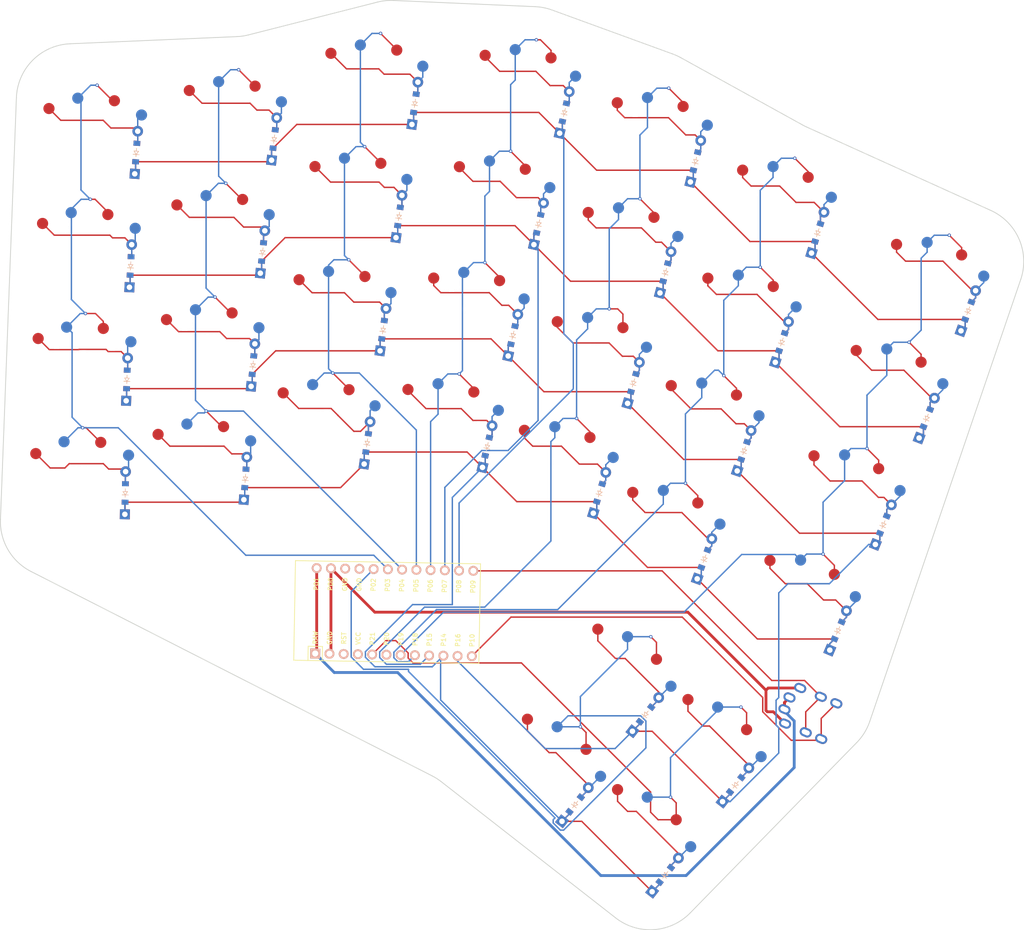
<source format=kicad_pcb>
(kicad_pcb (version 20221018) (generator pcbnew)
  (title_block (title "Keyboard") (rev "v1.0.0") (company "Ryan Huber"))
  (layers (0 "F.Cu" signal) (31 "B.Cu" signal) (34 "B.Paste" user) (35 "F.Paste" user) (36 "B.SilkS" user "B.Silkscreen") (37 "F.SilkS" user "F.Silkscreen") (38 "B.Mask" user) (39 "F.Mask" user) (44 "Edge.Cuts" user))
  (net 0 "")
  (net 1 "P3")
  (net 2 "function_bottom")
  (net 3 "function_main")
  (net 4 "function_top")
  (net 5 "function_numbers")
  (net 6 "P4")
  (net 7 "pinky_bottom")
  (net 8 "pinky_main")
  (net 9 "pinky_top")
  (net 10 "pinky_numbers")
  (net 11 "P5")
  (net 12 "ring_bottom")
  (net 13 "ring_main")
  (net 14 "ring_top")
  (net 15 "ring_numbers")
  (net 16 "P6")
  (net 17 "middle_bottom")
  (net 18 "middle_main")
  (net 19 "middle_top")
  (net 20 "middle_numbers")
  (net 21 "P15")
  (net 22 "pointer_bottom")
  (net 23 "pointer_main")
  (net 24 "pointer_top")
  (net 25 "pointer_numbers")
  (net 26 "P18")
  (net 27 "inner_bottom")
  (net 28 "inner_main")
  (net 29 "inner_top")
  (net 30 "inner_numbers")
  (net 31 "P19")
  (net 32 "macro_bottom")
  (net 33 "macro_main")
  (net 34 "macro_top")
  (net 35 "macro_numbers")
  (net 36 "P2")
  (net 37 "1_1")
  (net 38 "1_2")
  (net 39 "P21")
  (net 40 "2_1")
  (net 41 "2_2")
  (net 42 "P14")
  (net 43 "P16")
  (net 44 "P7")
  (net 45 "P8")
  (net 46 "RAW")
  (net 47 "GND")
  (net 48 "RST")
  (net 49 "VCC")
  (net 50 "P20")
  (net 51 "P10")
  (net 52 "P9")
  (footprint "VIA-0.6mm" (layer "F.Cu") (at 237.359276 121.771787 -20)
    (fp_text reference "REF**" hide)
    (fp_text value "VIA-0.6mm" hide)
  )
  (footprint "PG1350" (layer "F.Cu") (at 242.02054 168.420709 -38)
    (fp_text reference "S32" hide)
    (fp_text value "" hide)
  )
  (footprint "ComboDiode" (layer "F.Cu") (at 287.81081 90.984794 70)
    (fp_text reference "D28" hide)
    (fp_text value "" hide)
  )
  (footprint "VIA-0.6mm" (layer "F.Cu") (at 223.76167 90.649783 -16)
    (fp_text reference "REF**" hide)
    (fp_text value "VIA-0.6mm" hide)
  )
  (footprint "ComboDiode" (layer "F.Cu") (at 240.755647 135.246009 70)
    (fp_text reference "D21" hide)
    (fp_text value "" hide)
  )
  (footprint "PG1350" (layer "F.Cu") (at 178.953782 70.108799 -8)
    (fp_text reference "S11" hide)
    (fp_text value "" hide)
  )
  (footprint "VIA-0.6mm" (layer "F.Cu") (at 277.24269 96.607566 -21)
    (fp_text reference "REF**" hide)
    (fp_text value "VIA-0.6mm" hide)
  )
  (footprint "ProMicro" (layer "F.Cu") (at 185.42 144.78 -1)
    (fp_text reference "MCU1" hide)
    (fp_text value "" hide)
  )
  (footprint "PG1350" (layer "F.Cu") (at 266.554588 123.457551 -22)
    (fp_text reference "S26" hide)
    (fp_text value "" hide)
  )
  (footprint "VIA-0.6mm" (layer "F.Cu") (at 155.375935 68.244202 -6)
    (fp_text reference "REF**" hide)
    (fp_text value "VIA-0.6mm" hide)
  )
  (footprint "VIA-0.6mm" (layer "F.Cu") (at 217.939529 110.200534 -17)
    (fp_text reference "REF**" hide)
    (fp_text value "VIA-0.6mm" hide)
  )
  (footprint "PG1350" (layer "F.Cu") (at 156.619824 56.409391 -7)
    (fp_text reference "S8" hide)
    (fp_text value "" hide)
  )
  (footprint "ComboDiode" (layer "F.Cu") (at 139.393797 62.7506 86)
    (fp_text reference "D4" hide)
    (fp_text value "" hide)
  )
  (footprint "ComboDiode" (layer "F.Cu") (at 186.260354 74.165154 82)
    (fp_text reference "D11" hide)
    (fp_text value "" hide)
  )
  (footprint "PG1350" (layer "F.Cu") (at 195.082829 110.547071 -13)
    (fp_text reference "S13" hide)
    (fp_text value "" hide)
  )
  (footprint "ComboDiode" (layer "F.Cu") (at 137.733013 103.243812 88)
    (fp_text reference "D2" hide)
    (fp_text value "" hide)
  )
  (footprint "VIA-0.6mm" (layer "F.Cu") (at 250.697551 83.216885 -18)
    (fp_text reference "REF**" hide)
    (fp_text value "VIA-0.6mm" hide)
  )
  (footprint "ComboDiode" (layer "F.Cu") (at 254.562096 96.564368 72)
    (fp_text reference "D23" hide)
    (fp_text value "" hide)
  )
  (footprint "VIA-0.6mm" (layer "F.Cu") (at 284.41444 77.510572 -20)
    (fp_text reference "REF**" hide)
    (fp_text value "VIA-0.6mm" hide)
  )
  (footprint "PG1350" (layer "F.Cu") (at 258.583673 142.23585 -23)
    (fp_text reference "S25" hide)
    (fp_text value "" hide)
  )
  (footprint "ComboDiode" (layer "F.Cu") (at 137.432889 123.505988 89)
    (fp_text reference "D1" hide)
    (fp_text value "" hide)
  )
  (footprint "VIA-0.6mm" (layer "F.Cu") (at 174.458491 102.094458 -8)
    (fp_text reference "REF**" hide)
    (fp_text value "VIA-0.6mm" hide)
  )
  (footprint "VIA-0.6mm" (layer "F.Cu") (at 130.339109 91.478601 -2)
    (fp_text reference "REF**" hide)
    (fp_text value "VIA-0.6mm" hide)
  )
  (footprint "ComboDiode" (layer "F.Cu") (at 233.760545 191.66232 52)
    (fp_text reference "D31" hide)
    (fp_text value "" hide)
  )
  (footprint "VIA-0.6mm" (layer "F.Cu") (at 151.879364 108.891022 -4)
    (fp_text reference "REF**" hide)
    (fp_text value "VIA-0.6mm" hide)
  )
  (footprint "PG1350" (layer "F.Cu") (at 152.709466 97.020009 -5)
    (fp_text reference "S6" hide)
    (fp_text value "" hide)
  )
  (footprint "ComboDiode" (layer "F.Cu") (at 161.931129 80.496525 84)
    (fp_text reference "D7" hide)
    (fp_text value "" hide)
  )
  (footprint "VIA-0.6mm" (layer "F.Cu") (at 180.136754 61.691521 -8)
    (fp_text reference "REF**" hide)
    (fp_text value "VIA-0.6mm" hide)
  )
  (footprint "PG1350" (layer "F.Cu") (at 229.461046 184.496128 -38)
    (fp_text reference "S31" hide)
    (fp_text value "" hide)
  )
  (footprint "PG1350" (layer "F.Cu") (at 221.418752 98.820507 -16)
    (fp_text reference "S18" hide)
    (fp_text value "" hide)
  )
  (footprint "PG1350" (layer "F.Cu") (at 181.792914 49.907331 -8)
    (fp_text reference "S12" hide)
    (fp_text value "" hide)
  )
  (footprint "PG1350" (layer "F.Cu") (at 254.374853 71.899313 -17)
    (fp_text reference "S24" hide)
    (fp_text value "" hide)
  )
  (footprint "PG1350" (layer "F.Cu") (at 130.042463 99.973423 -2)
    (fp_text reference "S2" hide)
    (fp_text value "" hide)
  )
  (footprint "PG1350" (layer "F.Cu") (at 215.454369 118.329124 -17)
    (fp_text reference "S17" hide)
    (fp_text value "" hide)
  )
  (footprint "PG1350" (layer "F.Cu") (at 225.94512 155.861215 -38)
    (fp_text reference "S30" hide)
    (fp_text value "" hide)
  )
  (footprint "VIA-0.6mm" (layer "F.Cu") (at 234.377999 51.258368 -14)
    (fp_text reference "REF**" hide)
    (fp_text value "VIA-0.6mm" hide)
  )
  (footprint "ComboDiode" (layer "F.Cu") (at 163.996076 60.33761 83)
    (fp_text reference "D8" hide)
    (fp_text value "" hide)
  )
  (footprint "ComboDiode" (layer "F.Cu") (at 246.320039 175.586901 52)
    (fp_text reference "D32" hide)
    (fp_text value "" hide)
  )
  (footprint "PG1350" (layer "F.Cu") (at 248.070907 91.300865 -18)
    (fp_text reference "S23" hide)
    (fp_text value "" hide)
  )
  (footprint "ComboDiode" (layer "F.Cu") (at 239.164204 64.30376 76)
    (fp_text reference "D20" hide)
    (fp_text value "" hide)
  )
  (footprint "ComboDiode" (layer "F.Cu") (at 189.099485 53.963685 82)
    (fp_text reference "D12" hide)
    (fp_text value "" hide)
  )
  (footprint "PG1350" (layer "F.Cu") (at 131.822066 59.213808 -4)
    (fp_text reference "S4" hide)
    (fp_text value "" hide)
  )
  (footprint "VIA-0.6mm" (layer "F.Cu") (at 153.45029 88.552354 -5)
    (fp_text reference "REF**" hide)
    (fp_text value "VIA-0.6mm" hide)
  )
  (footprint "TRRS-PJ-320A-dual" (layer "F.Cu") (at 265.41871 166.531754 -113)
    (fp_text reference "TRRS1")
    (fp_text value "TRRS-PJ-320A-dual")
  )
  (footprint "ComboDiode" (layer "F.Cu") (at 217.685126 179.102826 52)
    (fp_text reference "D29" hide)
    (fp_text value "" hide)
  )
  (footprint "ComboDiode" (layer "F.Cu") (at 211.186065 75.470501 77)
    (fp_text reference "D15" hide)
    (fp_text value "" hide)
  )
  (footprint "ComboDiode" (layer "F.Cu") (at 264.591417 148.045067 67)
    (fp_text reference "D25" hide)
    (fp_text value "" hide)
  )
  (footprint "ComboDiode" (layer "F.Cu") (at 280.403386 110.139011 69)
    (fp_text reference "D27" hide)
    (fp_text value "" hide)
  )
  (footprint "PG1350" (layer "F.Cu") (at 213.385626 171.936634 -38)
    (fp_text reference "S29" hide)
    (fp_text value "" hide)
  )
  (footprint "ComboDiode" (layer "F.Cu") (at 247.827657 115.965432 71)
    (fp_text reference "D22" hide)
    (fp_text value "" hide)
  )
  (footprint "VIA-0.6mm" (layer "F.Cu") (at 244.196646 102.552537 -19)
    (fp_text reference "REF**" hide)
    (fp_text value "VIA-0.6mm" hide)
  )
  (footprint "ComboDiode" (layer "F.Cu") (at 183.421223 94.366622 82)
    (fp_text reference "D10" hide)
    (fp_text value "" hide)
  )
  (footprint "PG1350" (layer "F.Cu") (at 130.754413 79.58585 -3)
    (fp_text reference "S3" hide)
    (fp_text value "" hide)
  )
  (footprint "VIA-0.6mm" (layer "F.Cu") (at 261.904887 134.411558 -23)
    (fp_text reference "REF**" hide)
    (fp_text value "VIA-0.6mm" hide)
  )
  (footprint "VIA-0.6mm" (layer "F.Cu") (at 229.241716 71.000399 -15)
    (fp_text reference "REF**" hide)
    (fp_text value "VIA-0.6mm" hide)
  )
  (footprint "PG1350" (layer "F.Cu") (at 151.286434 117.370316 -4)
    (fp_text reference "S5" hide)
    (fp_text value "" hide)
  )
  (footprint "VIA-0.6mm" (layer "F.Cu") (at 210.761918 42.633478 -13)
    (fp_text reference "REF**" hide)
    (fp_text value "VIA-0.6mm" hide)
  )
  (footprint "PG1350" (layer "F.Cu") (at 176.114651 90.310268 -8)
    (fp_text reference "S10" hide)
    (fp_text value "" hide)
  )
  (footprint "PG1350" (layer "F.Cu") (at 199.671831 90.669922 -13)
    (fp_text reference "S14" hide)
    (fp_text value "" hide)
  )
  (footprint "ComboDiode" (layer "F.Cu") (at 233.799519 84.127335 75)
    (fp_text reference "D19" hide)
    (fp_text value "" hide)
  )
  (footprint "ComboDiode" (layer "F.Cu") (at 158.858164 120.907109 86)
    (fp_text reference "D5" hide)
    (fp_text value "" hide)
  )
  (footprint "ComboDiode" (layer "F.Cu") (at 206.597064 95.34765 77)
    (fp_text reference "D14" hide)
    (fp_text value "" hide)
  )
  (footprint "PG1350" (layer "F.Cu") (at 129.686434 120.370316 -1)
    (fp_text reference "S1" hide)
    (fp_text value "" hide)
  )
  (footprint "VIA-0.6mm" (layer "F.Cu") (at 256.860013 63.770722 -17)
    (fp_text reference "REF**" hide)
    (fp_text value "VIA-0.6mm" hide)
  )
  (footprint "VIA-0.6mm" (layer "F.Cu") (at 234.694168 177.798037 -38)
    (fp_text reference "REF**" hide)
    (fp_text value "VIA-0.6mm" hide)
  )
  (footprint "PG1350" (layer "F.Cu") (at 208.849834 50.915623 -13)
    (fp_text reference "S16" hide)
    (fp_text value "" hide)
  )
  (footprint "ComboDiode" (layer "F.Cu") (at 202.008063 115.2248 77)
    (fp_text reference "D13" hide)
    (fp_text value "" hide)
  )
  (footprint "VIA-0.6mm" (layer "F.Cu") (at 177.297622 81.892989 -8)
    (fp_text reference "REF**" hide)
    (fp_text value "VIA-0.6mm" hide)
  )
  (footprint "PG1350" (layer "F.Cu") (at 154.487443 76.697638 -6)
    (fp_text reference "S7" hide)
    (fp_text value "" hide)
  )
  (footprint "ComboDiode" (layer "F.Cu") (at 160.218318 100.688408 85)
    (fp_text reference "D6" hide)
    (fp_text value "" hide)
  )
  (footprint "PG1350" (layer "F.Cu") (at 234.452105 129.759174 -20)
    (fp_text reference "S21" hide)
    (fp_text value "" hide)
  )
  (footprint "VIA-0.6mm" (layer "F.Cu") (at 269.738744 115.576488 -22)
    (fp_text reference "REF**" hide)
    (fp_text value "VIA-0.6mm" hide)
  )
  (footprint "PG1350" (layer "F.Cu") (at 227.041754 79.210769 -15)
    (fp_text reference "S19" hide)
    (fp_text value "" hide)
  )
  (footprint "VIA-0.6mm" (layer "F.Cu") (at 231.178243 149.163124 -38)
    (fp_text reference "REF**" hide)
    (fp_text value "VIA-0.6mm" hide)
  )
  (footprint "VIA-0.6mm" (layer "F.Cu") (at 157.655713 47.972749 -7)
    (fp_text reference "REF**" hide)
    (fp_text value "VIA-0.6mm" hide)
  )
  (footprint "VIA-0.6mm" (layer "F.Cu") (at 247.253662 161.722618 -38)
    (fp_text reference "REF**" hide)
    (fp_text value "VIA-0.6mm" hide)
  )
  (footprint "ComboDiode" (layer "F.Cu") (at 138.386715 82.989959 87)
    (fp_text reference "D3" hide)
    (fp_text value "" hide)
  )
  (footprint "PG1350" (layer "F.Cu") (at 232.321663 59.505882 -14)
    (fp_text reference "S20" hide)
    (fp_text value "" hide)
  )
  (footprint "PG1350" (layer "F.Cu") (at 274.196562 104.543 -21)
    (fp_text reference "S27" hide)
    (fp_text value "" hide)
  )
  (footprint "VIA-0.6mm" (layer "F.Cu") (at 132.414996 50.734513 -4)
    (fp_text reference "REF**" hide)
    (fp_text value "VIA-0.6mm" hide)
  )
  (footprint "ComboDiode" (layer "F.Cu") (at 228.089681 103.854264 74)
    (fp_text reference "D18" hide)
    (fp_text value "" hide)
  )
  (footprint "VIA-0.6mm" (layer "F.Cu") (at 131.199268 71.097499 -3)
    (fp_text reference "REF**" hide)
    (fp_text value "VIA-0.6mm" hide)
  )
  (footprint "VIA-0.6mm" (layer "F.Cu") (at 182.975885 41.490052 -8)
    (fp_text reference "REF**" hide)
    (fp_text value "VIA-0.6mm" hide)
  )
  (footprint "PG1350" (layer "F.Cu") (at 281.507269 85.497959 -20)
    (fp_text reference "S28" hide)
    (fp_text value "" hide)
  )
  (footprint "VIA-0.6mm" (layer "F.Cu") (at 218.618749 165.238543 -38)
    (fp_text reference "REF**" hide)
    (fp_text value "VIA-0.6mm" hide)
  )
  (footprint "PG1350" (layer "F.Cu") (at 241.429316 110.589444 -19)
    (fp_text reference "S22" hide)
    (fp_text value "" hide)
  )
  (footprint "VIA-0.6mm" (layer "F.Cu") (at 201.583915 82.387776 -13)
    (fp_text reference "REF**" hide)
    (fp_text value "VIA-0.6mm" hide)
  )
  (footprint "VIA-0.6mm" (layer "F.Cu") (at 196.994913 102.264925 -13)
    (fp_text reference "REF**" hide)
    (fp_text value "VIA-0.6mm" hide)
  )
  (footprint "ComboDiode" (layer "F.Cu") (at 230.24462 163.027407 52)
    (fp_text reference "D30" hide)
    (fp_text value "" hide)
  )
  (footprint "VIA-0.6mm" (layer "F.Cu") (at 206.172916 62.510627 -13)
    (fp_text reference "REF**" hide)
    (fp_text value "VIA-0.6mm" hide)
  )
  (footprint "PG1350" (layer "F.Cu") (at 173.27552 110.511736 -8)
    (fp_text reference "S9" hide)
    (fp_text value "" hide)
  )
  (footprint "ComboDiode" (layer "F.Cu") (at 260.956915 77.048726 73)
    (fp_text reference "D24" hide)
    (fp_text value "" hide)
  )
  (footprint "PG1350" (layer "F.Cu") (at 204.260832 70.792772 -13)
    (fp_text reference "S15" hide)
    (fp_text value "" hide)
  )
  (footprint "ComboDiode" (layer "F.Cu") (at 272.662802 129.161034 68)
    (fp_text reference "D26" hide)
    (fp_text value "" hide)
  )
  (footprint "ComboDiode" (layer "F.Cu") (at 215.775067 55.593352 77)
    (fp_text reference "D16" hide)
    (fp_text value "" hide)
  )
  (footprint "VIA-0.6mm" (layer "F.Cu") (at 129.83478 111.871611 -1)
    (fp_text reference "REF**" hide)
    (fp_text value "VIA-0.6mm" hide)
  )
  (footprint "ComboDiode" (layer "F.Cu") (at 222.036431 123.478538 73)
    (fp_text reference "D17" hide)
    (fp_text value "" hide)
  )
  (footprint "ComboDiode" (layer "F.Cu") (at 180.582091 114.568091 82)
    (fp_text reference "D9" hide)
    (fp_text value "" hide)
  )
  (gr_line (start 297.15841 85.423468) (end 270.230943 164.284563) (stroke (width 0.15)) (layer "Edge.Cuts"))
  (gr_arc (start 270.230943 164.284564) (mid 269.285361 166.291966) (end 267.920373 168.041423) (stroke (width 0.15)) (layer "Edge.Cuts"))
  (gr_arc (start 118.020641 52.954793) (mid 120.924092 46.279648) (end 127.584056 43.341542) (stroke (width 0.15)) (layer "Edge.Cuts"))
  (gr_line (start 236.510608 45.813121) (end 258.266234 57.8405) (stroke (width 0.15)) (layer "Edge.Cuts"))
  (gr_arc (start 258.97643 58.197046) (mid 258.617789 58.025831) (end 258.266234 57.8405) (stroke (width 0.15)) (layer "Edge.Cuts"))
  (gr_line (start 185.284593 35.612951) (end 210.571339 36.719834) (stroke (width 0.15)) (layer "Edge.Cuts"))
  (gr_arc (start 238.215704 198.44632) (mid 231.731358 201.435722) (end 224.906134 199.338206) (stroke (width 0.15)) (layer "Edge.Cuts"))
  (gr_line (start 192.175859 173.998969) (end 120.627172 137.517123) (stroke (width 0.15)) (layer "Edge.Cuts"))
  (gr_arc (start 291.822946 73.083918) (mid 296.873606 78.223345) (end 297.15841 85.423468) (stroke (width 0.15)) (layer "Edge.Cuts"))
  (gr_line (start 115.176773 128.230843) (end 118.020641 52.954793) (stroke (width 0.15)) (layer "Edge.Cuts"))
  (gr_line (start 258.97643 58.197046) (end 291.822947 73.083918) (stroke (width 0.15)) (layer "Edge.Cuts"))
  (gr_line (start 267.920373 168.041423) (end 238.215704 198.44632) (stroke (width 0.15)) (layer "Edge.Cuts"))
  (gr_line (start 159.389647 41.762335) (end 182.381393 35.912182) (stroke (width 0.15)) (layer "Edge.Cuts"))
  (gr_line (start 224.906134 199.338206) (end 193.790002 175.027618) (stroke (width 0.15)) (layer "Edge.Cuts"))
  (gr_arc (start 235.0984 45.169969) (mid 235.816998 45.464111) (end 236.510608 45.813121) (stroke (width 0.15)) (layer "Edge.Cuts"))
  (gr_line (start 213.560076 37.315472) (end 235.0984 45.169969) (stroke (width 0.15)) (layer "Edge.Cuts"))
  (gr_arc (start 120.627172 137.517123) (mid 116.545387 133.670204) (end 115.176773 128.230843) (stroke (width 0.15)) (layer "Edge.Cuts"))
  (gr_arc (start 182.381393 35.912182) (mid 183.822018 35.656081) (end 185.284593 35.612951) (stroke (width 0.15)) (layer "Edge.Cuts"))
  (gr_arc (start 192.175859 173.998969) (mid 193.007598 174.474585) (end 193.790002 175.027618) (stroke (width 0.15)) (layer "Edge.Cuts"))
  (gr_arc (start 159.389647 41.762334) (mid 158.37916 41.964655) (end 157.353217 42.061906) (stroke (width 0.15)) (layer "Edge.Cuts"))
  (gr_arc (start 210.571339 36.719834) (mid 212.08853 36.903132) (end 213.560075 37.315472) (stroke (width 0.15)) (layer "Edge.Cuts"))
  (gr_line (start 127.584056 43.341542) (end 157.353217 42.061906) (stroke (width 0.15)) (layer "Edge.Cuts"))
  (segment (start 133.064777 114.478379) (end 130.458009 111.871611) (width 0.25) (layer "F.Cu") (net 1))
  (segment (start 132.057499 71.097499) (end 131.199268 71.097499) (width 0.25) (layer "F.Cu") (net 1))
  (segment (start 132.118601 91.478601) (end 130.339109 91.478601) (width 0.25) (layer "F.Cu") (net 1))
  (segment (start 133.52312 94.141343) (end 133.52312 92.88312) (width 0.25) (layer "F.Cu") (net 1))
  (segment (start 133.52312 92.88312) (end 132.118601 91.478601) (width 0.25) (layer "F.Cu") (net 1))
  (segment (start 130.458009 111.871611) (end 129.83478 111.871611) (width 0.25) (layer "F.Cu") (net 1))
  (segment (start 135.187237 53.506754) (end 132.414996 50.734513) (width 0.25) (layer "F.Cu") (net 1))
  (segment (start 135.504139 53.506754) (end 135.187237 53.506754) (width 0.25) (layer "F.Cu") (net 1))
  (segment (start 134.336324 73.376324) (end 132.057499 71.097499) (width 0.25) (layer "F.Cu") (net 1))
  (segment (start 134.336324 73.815405) (end 134.336324 73.376324) (width 0.25) (layer "F.Cu") (net 1))
  (segment (start 129.00823 111.871611) (end 129.83478 111.871611) (width 0.25) (layer "B.Cu") (net 1))
  (segment (start 127.832525 88.972017) (end 130.339109 91.478601) (width 0.25) (layer "B.Cu") (net 1))
  (segment (start 127.952963 94.888605) (end 126.97711 93.912752) (width 0.25) (layer "B.Cu") (net 1))
  (segment (start 128.970095 53.049849) (end 131.285431 50.734513) (width 0.25) (layer "B.Cu") (net 1))
  (segment (start 127.7953 73.472604) (end 127.832525 73.509829) (width 0.25) (layer "B.Cu") (net 1))
  (segment (start 127.7953 72.8647) (end 127.7953 73.472604) (width 0.25) (layer "B.Cu") (net 1))
  (segment (start 127.952963 109.989794) (end 127.952963 94.888605) (width 0.25) (layer "B.Cu") (net 1))
  (segment (start 128.970095 53.049849) (end 129.54 53.619754) (width 0.25) (layer "B.Cu") (net 1))
  (segment (start 129.54 69.438231) (end 131.199268 71.097499) (width 0.25) (layer "B.Cu") (net 1))
  (segment (start 131.199268 71.097499) (end 129.562501 71.097499) (width 0.25) (layer "B.Cu") (net 1))
  (segment (start 129.411261 91.478601) (end 130.339109 91.478601) (width 0.25) (layer "B.Cu") (net 1))
  (segment (start 129.562501 71.097499) (end 127.7953 72.8647) (width 0.25) (layer "B.Cu") (net 1))
  (segment (start 129.83478 111.871611) (end 136.191149 111.871611) (width 0.25) (layer "B.Cu") (net 1))
  (segment (start 129.83478 111.871611) (end 127.952963 109.989794) (width 0.25) (layer "B.Cu") (net 1))
  (segment (start 131.285431 50.734513) (end 132.414996 50.734513) (width 0.25) (layer "B.Cu") (net 1))
  (segment (start 126.515775 114.364066) (end 129.00823 111.871611) (width 0.25) (layer "B.Cu") (net 1))
  (segment (start 136.191149 111.871611) (end 158.939538 134.62) (width 0.25) (layer "B.Cu") (net 1))
  (segment (start 129.54 53.619754) (end 129.54 69.438231) (width 0.25) (layer "B.Cu") (net 1))
  (segment (start 158.939538 134.62) (end 181.764185 134.62) (width 0.25) (layer "B.Cu") (net 1))
  (segment (start 127.832525 73.509829) (end 127.832525 88.972017) (width 0.25) (layer "B.Cu") (net 1))
  (segment (start 181.764185 134.62) (end 184.283181 137.138996) (width 0.25) (layer "B.Cu") (net 1))
  (segment (start 126.97711 93.912752) (end 129.411261 91.478601) (width 0.25) (layer "B.Cu") (net 1))
  (segment (start 137.461685 121.856239) (end 137.461685 119.734266) (width 0.25) (layer "F.Cu") (net 2))
  (segment (start 137.461685 119.734266) (end 137.499383 119.696568) (width 0.25) (layer "F.Cu") (net 2))
  (segment (start 134.480404 119.240404) (end 137.043219 119.240404) (width 0.25) (layer "F.Cu") (net 2))
  (segment (start 126.668428 119.048428) (end 127.43604 118.280816) (width 0.25) (layer "F.Cu") (net 2))
  (segment (start 124.050101 119.048428) (end 126.668428 119.048428) (width 0.25) (layer "F.Cu") (net 2))
  (segment (start 121.478141 116.476468) (end 124.050101 119.048428) (width 0.25) (layer "F.Cu") (net 2))
  (segment (start 133.520816 118.280816) (end 134.480404 119.240404) (width 0.25) (layer "F.Cu") (net 2))
  (segment (start 137.043219 119.240404) (end 137.499383 119.696568) (width 0.25) (layer "F.Cu") (net 2))
  (segment (start 127.43604 118.280816) (end 133.520816 118.280816) (width 0.25) (layer "F.Cu") (net 2))
  (segment (start 137.461685 119.734266) (end 137.499383 119.696568) (width 0.25) (layer "B.Cu") (net 2))
  (segment (start 138.02562 119.170331) (end 137.499383 119.696568) (width 0.25) (layer "B.Cu") (net 2))
  (segment (start 137.461685 121.856239) (end 137.461685 119.734266) (width 0.25) (layer "B.Cu") (net 2))
  (segment (start 137.499383 121.818541) (end 137.461685 121.856239) (width 0.25) (layer "B.Cu") (net 2))
  (segment (start 138.02562 116.765306) (end 138.02562 119.170331) (width 0.25) (layer "B.Cu") (net 2))
  (segment (start 121.903377 95.936914) (end 123.892673 97.92621) (width 0.25) (layer "F.Cu") (net 3))
  (segment (start 123.892673 97.92621) (end 129.134677 97.92621) (width 0.25) (layer "F.Cu") (net 3))
  (segment (start 137.86598 99.436133) (end 137.86598 101.519434) (width 0.25) (layer "F.Cu") (net 3))
  (segment (start 137.86598 101.519434) (end 137.790597 101.594817) (width 0.25) (layer "F.Cu") (net 3))
  (segment (start 134.39364 98.275205) (end 136.705052 98.275205) (width 0.25) (layer "F.Cu") (net 3))
  (segment (start 134.002358 97.883923) (end 134.39364 98.275205) (width 0.25) (layer "F.Cu") (net 3))
  (segment (start 129.134677 97.92621) (end 129.176964 97.883923) (width 0.25) (layer "F.Cu") (net 3))
  (segment (start 136.705052 98.275205) (end 137.86598 99.436133) (width 0.25) (layer "F.Cu") (net 3))
  (segment (start 129.176964 97.883923) (end 134.002358 97.883923) (width 0.25) (layer "F.Cu") (net 3))
  (segment (start 137.86598 97.091816) (end 138.443295 96.514501) (width 0.25) (layer "B.Cu") (net 3))
  (segment (start 137.86598 99.436133) (end 137.86598 97.091816) (width 0.25) (layer "B.Cu") (net 3))
  (segment (start 137.86598 101.519434) (end 137.790597 101.594817) (width 0.25) (layer "B.Cu") (net 3))
  (segment (start 137.86598 99.436133) (end 137.86598 101.519434) (width 0.25) (layer "B.Cu") (net 3))
  (segment (start 138.586115 81.229174) (end 138.473069 81.34222) (width 0.25) (layer "F.Cu") (net 4))
  (segment (start 137.378604 77.977669) (end 138.586115 79.18518) (width 0.25) (layer "F.Cu") (net 4))
  (segment (start 134.685852 77.49635) (end 135.167171 77.977669) (width 0.25) (layer "F.Cu") (net 4))
  (segment (start 138.586115 79.18518) (end 138.586115 81.229174) (width 0.25) (layer "F.Cu") (net 4))
  (segment (start 122.687013 75.407909) (end 124.775454 77.49635) (width 0.25) (layer "F.Cu") (net 4))
  (segment (start 124.775454 77.49635) (end 134.685852 77.49635) (width 0.25) (layer "F.Cu") (net 4))
  (segment (start 135.167171 77.977669) (end 137.378604 77.977669) (width 0.25) (layer "F.Cu") (net 4))
  (segment (start 138.586115 81.229174) (end 138.473069 81.34222) (width 0.25) (layer "B.Cu") (net 4))
  (segment (start 139.214332 78.556963) (end 138.586115 79.18518) (width 0.25) (layer "B.Cu") (net 4))
  (segment (start 138.586115 79.18518) (end 138.586115 81.229174) (width 0.25) (layer "B.Cu") (net 4))
  (segment (start 139.214332 76.274069) (end 139.214332 78.556963) (width 0.25) (layer "B.Cu") (net 4))
  (segment (start 139.659569 58.949881) (end 139.659569 60.953945) (width 0.25) (layer "F.Cu") (net 5))
  (segment (start 139.659569 60.953945) (end 139.508895 61.104619) (width 0.25) (layer "F.Cu") (net 5))
  (segment (start 139.081257 58.371569) (end 139.659569 58.949881) (width 0.25) (layer "F.Cu") (net 5))
  (segment (start 123.82881 54.895708) (end 125.932262 56.99916) (width 0.25) (layer "F.Cu") (net 5))
  (segment (start 125.932262 56.99916) (end 133.50084 56.99916) (width 0.25) (layer "F.Cu") (net 5))
  (segment (start 134.873249 58.371569) (end 139.081257 58.371569) (width 0.25) (layer "F.Cu") (net 5))
  (segment (start 133.50084 56.99916) (end 134.873249 58.371569) (width 0.25) (layer "F.Cu") (net 5))
  (segment (start 139.659569 60.953945) (end 139.508895 61.104619) (width 0.25) (layer "B.Cu") (net 5))
  (segment (start 139.659569 58.949881) (end 139.659569 56.729104) (width 0.25) (layer "B.Cu") (net 5))
  (segment (start 139.659569 58.949881) (end 139.659569 60.953945) (width 0.25) (layer "B.Cu") (net 5))
  (segment (start 139.659569 56.729104) (end 140.338495 56.050178) (width 0.25) (layer "B.Cu") (net 5))
  (segment (start 139.508895 59.100555) (end 139.659569 58.949881) (width 0.25) (layer "B.Cu") (net 5))
  (segment (start 156.49058 91.378086) (end 156.276022 91.378086) (width 0.25) (layer "F.Cu") (net 6))
  (segment (start 155.375935 68.244202) (end 158.254296 71.122563) (width 0.25) (layer "F.Cu") (net 6))
  (segment (start 160.585827 50.902863) (end 157.655713 47.972749) (width 0.25) (layer "F.Cu") (net 6))
  (segment (start 160.595535 50.902863) (end 160.585827 50.902863) (width 0.25) (layer "F.Cu") (net 6))
  (segment (start 156.276022 91.378086) (end 153.45029 88.552354) (width 0.25) (layer "F.Cu") (net 6))
  (segment (start 154.651604 111.663262) (end 151.879364 108.891022) (width 0.25) (layer "F.Cu") (net 6))
  (segment (start 154.968507 111.663262) (end 154.651604 111.663262) (width 0.25) (layer "F.Cu") (net 6))
  (segment (start 158.254296 71.122563) (end 158.366447 71.122563) (width 0.25) (layer "F.Cu") (net 6))
  (segment (start 148.434463 111.206357) (end 150.42082 109.22) (width 0.25) (layer "B.Cu") (net 6))
  (segment (start 149.965505 90.807215) (end 149.965505 106.977163) (width 0.25) (layer "B.Cu") (net 6))
  (segment (start 158.530491 108.891022) (end 151.879364 108.891022) (width 0.25) (layer "B.Cu") (net 6))
  (segment (start 152.220366 88.552354) (end 153.45029 88.552354) (width 0.25) (layer "B.Cu") (net 6))
  (segment (start 153.45029 88.552354) (end 151.852328 86.954392) (width 0.25) (layer "B.Cu") (net 6))
  (segment (start 150.42082 109.22) (end 151.550386 109.22) (width 0.25) (layer "B.Cu") (net 6))
  (segment (start 186.822794 137.183325) (end 158.530491 108.891022) (width 0.25) (layer "B.Cu") (net 6))
  (segment (start 154.046028 68.244202) (end 155.375935 68.244202) (width 0.25) (layer "B.Cu") (net 6))
  (segment (start 149.965505 90.807215) (end 152.220366 88.552354) (width 0.25) (layer "B.Cu") (net 6))
  (segment (start 154.094358 50.104619) (end 154.094358 66.962625) (width 0.25) (layer "B.Cu") (net 6))
  (segment (start 154.094358 50.104619) (end 156.226228 47.972749) (width 0.25) (layer "B.Cu") (net 6))
  (segment (start 151.852328 70.437902) (end 154.046028 68.244202) (width 0.25) (layer "B.Cu") (net 6))
  (segment (start 149.965505 106.977163) (end 151.879364 108.891022) (width 0.25) (layer "B.Cu") (net 6))
  (segment (start 151.852328 86.954392) (end 151.852328 70.437902) (width 0.25) (layer "B.Cu") (net 6))
  (segment (start 154.094358 66.962625) (end 155.375935 68.244202) (width 0.25) (layer "B.Cu") (net 6))
  (segment (start 156.226228 47.972749) (end 157.655713 47.972749) (width 0.25) (layer "B.Cu") (net 6))
  (segment (start 151.550386 109.22) (end 151.879364 108.891022) (width 0.25) (layer "B.Cu") (net 6))
  (segment (start 159.123936 119.110454) (end 158.973262 119.261128) (width 0.25) (layer "F.Cu") (net 7))
  (segment (start 143.293178 113.052216) (end 145.39663 115.155668) (width 0.25) (layer "F.Cu") (net 7))
  (segment (start 159.123936 117.10639) (end 159.123936 119.110454) (width 0.25) (layer "F.Cu") (net 7))
  (segment (start 156.434035 116.528077) (end 158.545623 116.528077) (width 0.25) (layer "F.Cu") (net 7))
  (segment (start 155.061626 115.155668) (end 156.434035 116.528077) (width 0.25) (layer "F.Cu") (net 7))
  (segment (start 145.39663 115.155668) (end 155.061626 115.155668) (width 0.25) (layer "F.Cu") (net 7))
  (segment (start 158.545623 116.528077) (end 159.123936 117.10639) (width 0.25) (layer "F.Cu") (net 7))
  (segment (start 159.123936 117.10639) (end 159.123936 119.110454) (width 0.25) (layer "B.Cu") (net 7))
  (segment (start 159.123936 119.110454) (end 158.973262 119.261128) (width 0.25) (layer "B.Cu") (net 7))
  (segment (start 159.802863 114.206686) (end 159.802863 116.427463) (width 0.25) (layer "B.Cu") (net 7))
  (segment (start 159.802863 116.427463) (end 159.123936 117.10639) (width 0.25) (layer "B.Cu") (net 7))
  (segment (start 160.550381 98.856431) (end 160.362125 99.044687) (width 0.25) (layer "F.Cu") (net 8))
  (segment (start 159.597881 95.940406) (end 155.519594 95.940406) (width 0.25) (layer "F.Cu") (net 8))
  (segment (start 146.953224 94.7235) (end 144.792789 92.563065) (width 0.25) (layer "F.Cu") (net 8))
  (segment (start 155.519594 95.940406) (end 154.302688 94.7235) (width 0.25) (layer "F.Cu") (net 8))
  (segment (start 160.550381 96.892906) (end 159.597881 95.940406) (width 0.25) (layer "F.Cu") (net 8))
  (segment (start 160.550381 96.892906) (end 160.550381 98.856431) (width 0.25) (layer "F.Cu") (net 8))
  (segment (start 154.302688 94.7235) (end 146.953224 94.7235) (width 0.25) (layer "F.Cu") (net 8))
  (segment (start 161.279811 96.163476) (end 160.550381 96.892906) (width 0.25) (layer "B.Cu") (net 8))
  (segment (start 160.550381 98.856431) (end 160.362125 99.044687) (width 0.25) (layer "B.Cu") (net 8))
  (segment (start 161.279811 94.005493) (end 161.279811 96.163476) (width 0.25) (layer "B.Cu") (net 8))
  (segment (start 160.550381 96.892906) (end 160.550381 98.856431) (width 0.25) (layer "B.Cu") (net 8))
  (segment (start 162.103601 78.855564) (end 162.103601 76.933178) (width 0.25) (layer "F.Cu") (net 9))
  (segment (start 162.103601 76.933178) (end 162.329382 76.707397) (width 0.25) (layer "F.Cu") (net 9))
  (segment (start 158.545567 76.046645) (end 161.66863 76.046645) (width 0.25) (layer "F.Cu") (net 9))
  (segment (start 161.66863 76.046645) (end 162.329382 76.707397) (width 0.25) (layer "F.Cu") (net 9))
  (segment (start 148.867087 74.320539) (end 156.819461 74.320539) (width 0.25) (layer "F.Cu") (net 9))
  (segment (start 156.819461 74.320539) (end 158.545567 76.046645) (width 0.25) (layer "F.Cu") (net 9))
  (segment (start 146.649756 72.103208) (end 148.867087 74.320539) (width 0.25) (layer "F.Cu") (net 9))
  (segment (start 162.103601 78.855564) (end 162.103601 76.933178) (width 0.25) (layer "B.Cu") (net 9))
  (segment (start 163.109093 75.927686) (end 162.329382 76.707397) (width 0.25) (layer "B.Cu") (net 9))
  (segment (start 163.109093 73.833154) (end 163.109093 75.927686) (width 0.25) (layer "B.Cu") (net 9))
  (segment (start 162.103601 76.933178) (end 162.329382 76.707397) (width 0.25) (layer "B.Cu") (net 9))
  (segment (start 162.329382 78.629783) (end 162.103601 78.855564) (width 0.25) (layer "B.Cu") (net 9))
  (segment (start 163.076079 55.17169) (end 164.460398 56.556009) (width 0.25) (layer "F.Cu") (net 10))
  (segment (start 151.137637 53.952996) (end 159.695852 53.952996) (width 0.25) (layer "F.Cu") (net 10))
  (segment (start 159.695852 53.952996) (end 160.914546 55.17169) (width 0.25) (layer "F.Cu") (net 10))
  (segment (start 164.460398 58.436671) (end 164.19716 58.699909) (width 0.25) (layer "F.Cu") (net 10))
  (segment (start 164.460398 56.556009) (end 164.460398 58.436671) (width 0.25) (layer "F.Cu") (net 10))
  (segment (start 160.914546 55.17169) (end 163.076079 55.17169) (width 0.25) (layer "F.Cu") (net 10))
  (segment (start 148.863515 51.678874) (end 151.137637 53.952996) (width 0.25) (layer "F.Cu") (net 10))
  (segment (start 165.290153 53.695812) (end 165.290153 55.726254) (width 0.25) (layer "B.Cu") (net 10))
  (segment (start 164.460398 56.556009) (end 164.460398 58.436671) (width 0.25) (layer "B.Cu") (net 10))
  (segment (start 165.290153 55.726254) (end 164.460398 56.556009) (width 0.25) (layer "B.Cu") (net 10))
  (segment (start 164.460398 58.436671) (end 164.19716 58.699909) (width 0.25) (layer "B.Cu") (net 10))
  (segment (start 180.185859 84.873965) (end 180.185859 84.781226) (width 0.25) (layer "F.Cu") (net 11))
  (segment (start 174.458491 102.094458) (end 177.346728 104.982695) (width 0.25) (layer "F.Cu") (net 11))
  (segment (start 185.864122 44.471028) (end 185.864122 44.378289) (width 0.25) (layer "F.Cu") (net 11))
  (segment (start 180.185859 84.781226) (end 177.297622 81.892989) (width 0.25) (layer "F.Cu") (net 11))
  (segment (start 185.864122 44.378289) (end 182.975885 41.490052) (width 0.25) (layer "F.Cu") (net 11))
  (segment (start 183.02499 64.672496) (end 183.02499 64.579757) (width 0.25) (layer "F.Cu") (net 11))
  (segment (start 177.346728 104.982695) (end 177.346728 105.075433) (width 0.25) (layer "F.Cu") (net 11))
  (segment (start 183.02499 64.579757) (end 180.136754 61.691521) (width 0.25) (layer "F.Cu") (net 11))
  (segment (start 176.538734 81.134101) (end 176.538734 63.760912) (width 0.25) (layer "B.Cu") (net 11))
  (segment (start 176.538734 63.760912) (end 178.608125 61.691521) (width 0.25) (layer "B.Cu") (net 11))
  (segment (start 179.377866 43.559444) (end 181.447258 41.490052) (width 0.25) (layer "B.Cu") (net 11))
  (segment (start 178.608125 61.691521) (end 180.136754 61.691521) (width 0.25) (layer "B.Cu") (net 11))
  (segment (start 189.362407 137.227654) (end 189.362407 112.28609) (width 0.25) (layer "B.Cu") (net 11))
  (segment (start 174.458491 102.094458) (end 173.699603 101.33557) (width 0.25) (layer "B.Cu") (net 11))
  (segment (start 189.362407 112.28609) (end 179.170775 102.094458) (width 0.25) (layer "B.Cu") (net 11))
  (segment (start 179.377866 60.932633) (end 179.377866 43.559444) (width 0.25) (layer "B.Cu") (net 11))
  (segment (start 172.929863 102.094458) (end 174.458491 102.094458) (width 0.25) (layer "B.Cu") (net 11))
  (segment (start 170.860472 104.163849) (end 172.929863 102.094458) (width 0.25) (layer "B.Cu") (net 11))
  (segment (start 173.699603 101.33557) (end 173.699603 83.962381) (width 0.25) (layer "B.Cu") (net 11))
  (segment (start 174.647011 81.892989) (end 177.297622 81.892989) (width 0.25) (layer "B.Cu") (net 11))
  (segment (start 179.170775 102.094458) (end 174.458491 102.094458) (width 0.25) (layer "B.Cu") (net 11))
  (segment (start 181.447258 41.490052) (end 182.975885 41.490052) (width 0.25) (layer "B.Cu") (net 11))
  (segment (start 177.297622 81.892989) (end 176.538734 81.134101) (width 0.25) (layer "B.Cu") (net 11))
  (segment (start 180.136754 61.691521) (end 179.377866 60.932633) (width 0.25) (layer "B.Cu") (net 11))
  (segment (start 173.699603 83.962381) (end 173.699603 82.840397) (width 0.25) (layer "B.Cu") (net 11))
  (segment (start 173.699603 82.840397) (end 174.647011 81.892989) (width 0.25) (layer "B.Cu") (net 11))
  (segment (start 180.811727 112.934149) (end 180.811727 111.095784) (width 0.25) (layer "F.Cu") (net 12))
  (segment (start 181.112341 110.79517) (end 179.404423 112.503088) (width 0.25) (layer "F.Cu") (net 12))
  (segment (start 178.21421 112.503088) (end 175.36502 109.653898) (width 0.25) (layer "F.Cu") (net 12))
  (segment (start 179.404423 112.503088) (end 178.21421 112.503088) (width 0.25) (layer "F.Cu") (net 12))
  (segment (start 175.36502 109.646237) (end 174.141019 108.422236) (width 0.25) (layer "F.Cu") (net 12))
  (segment (start 180.811727 111.095784) (end 181.112341 110.79517) (width 0.25) (layer "F.Cu") (net 12))
  (segment (start 168.378614 108.422236) (end 165.602951 105.646573) (width 0.25) (layer "F.Cu") (net 12))
  (segment (start 175.36502 109.653898) (end 175.36502 109.646237) (width 0.25) (layer "F.Cu") (net 12))
  (segment (start 174.141019 108.422236) (end 168.378614 108.422236) (width 0.25) (layer "F.Cu") (net 12))
  (segment (start 180.811727 111.095784) (end 181.112341 110.79517) (width 0.25) (layer "B.Cu") (net 12))
  (segment (start 181.112341 110.79517) (end 181.112341 108.829434) (width 0.25) (layer "B.Cu") (net 12))
  (segment (start 180.811727 112.934149) (end 180.811727 111.095784) (width 0.25) (layer "B.Cu") (net 12))
  (segment (start 181.112341 108.829434) (end 181.991887 107.949888) (width 0.25) (layer "B.Cu") (net 12))
  (segment (start 183.650859 92.73268) (end 183.650859 90.894315) (width 0.25) (layer "F.Cu") (net 13))
  (segment (start 183.650859 90.894315) (end 183.951473 90.593701) (width 0.25) (layer "F.Cu") (net 13))
  (segment (start 178.204151 89.444769) (end 176.535279 87.775897) (width 0.25) (layer "F.Cu") (net 13))
  (segment (start 183.951473 90.593701) (end 182.802541 89.444769) (width 0.25) (layer "F.Cu") (net 13))
  (segment (start 170.772874 87.775897) (end 168.442082 85.445105) (width 0.25) (layer "F.Cu") (net 13))
  (segment (start 182.802541 89.444769) (end 178.204151 89.444769) (width 0.25) (layer "F.Cu") (net 13))
  (segment (start 176.535279 87.775897) (end 170.772874 87.775897) (width 0.25) (layer "F.Cu") (net 13))
  (segment (start 184.831018 89.714156) (end 183.951473 90.593701) (width 0.25) (layer "B.Cu") (net 13))
  (segment (start 183.650859 90.894315) (end 183.951473 90.593701) (width 0.25) (layer "B.Cu") (net 13))
  (segment (start 184.831018 87.74842) (end 184.831018 89.714156) (width 0.25) (layer "B.Cu") (net 13))
  (segment (start 183.951473 92.432066) (end 183.650859 92.73268) (width 0.25) (layer "B.Cu") (net 13))
  (segment (start 183.650859 92.73268) (end 183.650859 90.894315) (width 0.25) (layer "B.Cu") (net 13))
  (segment (start 185.36453 68.966159) (end 186.790604 70.392233) (width 0.25) (layer "F.Cu") (net 14))
  (segment (start 186.790604 72.230598) (end 186.48999 72.531212) (width 0.25) (layer "F.Cu") (net 14))
  (segment (start 171.281213 65.243636) (end 174.056876 68.019299) (width 0.25) (layer "F.Cu") (net 14))
  (segment (start 186.790604 70.392233) (end 186.790604 72.230598) (width 0.25) (layer "F.Cu") (net 14))
  (segment (start 174.056876 68.019299) (end 182.703511 68.019299) (width 0.25) (layer "F.Cu") (net 14))
  (segment (start 183.650371 68.966159) (end 185.36453 68.966159) (width 0.25) (layer "F.Cu") (net 14))
  (segment (start 182.703511 68.019299) (end 183.650371 68.966159) (width 0.25) (layer "F.Cu") (net 14))
  (segment (start 186.790604 70.392233) (end 186.790604 72.230598) (width 0.25) (layer "B.Cu") (net 14))
  (segment (start 187.670149 67.546951) (end 187.670149 69.512688) (width 0.25) (layer "B.Cu") (net 14))
  (segment (start 187.670149 69.512688) (end 186.790604 70.392233) (width 0.25) (layer "B.Cu") (net 14))
  (segment (start 186.790604 72.230598) (end 186.48999 72.531212) (width 0.25) (layer "B.Cu") (net 14))
  (segment (start 182.658413 47.817831) (end 176.896008 47.817831) (width 0.25) (layer "F.Cu") (net 15))
  (segment (start 188.203662 48.764691) (end 183.605273 48.764691) (width 0.25) (layer "F.Cu") (net 15))
  (segment (start 189.629735 52.029129) (end 189.329121 52.329743) (width 0.25) (layer "F.Cu") (net 15))
  (segment (start 189.629735 50.190764) (end 189.629735 52.029129) (width 0.25) (layer "F.Cu") (net 15))
  (segment (start 176.896008 47.817831) (end 174.120345 45.042168) (width 0.25) (layer "F.Cu") (net 15))
  (segment (start 183.605273 48.764691) (end 182.658413 47.817831) (width 0.25) (layer "F.Cu") (net 15))
  (segment (start 189.629735 50.190764) (end 188.203662 48.764691) (width 0.25) (layer "F.Cu") (net 15))
  (segment (start 190.509281 47.345483) (end 190.509281 49.311218) (width 0.25) (layer "B.Cu") (net 15))
  (segment (start 189.629735 52.029129) (end 189.329121 52.329743) (width 0.25) (layer "B.Cu") (net 15))
  (segment (start 189.629735 50.190764) (end 189.629735 52.029129) (width 0.25) (layer "B.Cu") (net 15))
  (segment (start 190.509281 49.311218) (end 189.629735 50.190764) (width 0.25) (layer "B.Cu") (net 15))
  (segment (start 204.201352 85.609135) (end 204.201352 85.005213) (width 0.25) (layer "F.Cu") (net 16))
  (segment (start 199.61235 104.882362) (end 196.994913 102.264925) (width 0.25) (layer "F.Cu") (net 16))
  (segment (start 204.201352 85.005213) (end 201.583915 82.387776) (width 0.25) (layer "F.Cu") (net 16))
  (segment (start 213.379355 44.520641) (end 211.492192 42.633478) (width 0.25) (layer "F.Cu") (net 16))
  (segment (start 208.790353 65.128064) (end 206.172916 62.510627) (width 0.25) (layer "F.Cu") (net 16))
  (segment (start 208.790353 65.731985) (end 208.790353 65.128064) (width 0.25) (layer "F.Cu") (net 16))
  (segment (start 213.379355 45.854836) (end 213.379355 44.520641) (width 0.25) (layer "F.Cu") (net 16))
  (segment (start 199.61235 105.486284) (end 199.61235 104.882362) (width 0.25) (layer "F.Cu") (net 16))
  (segment (start 211.492192 42.633478) (end 210.761918 42.633478) (width 0.25) (layer "F.Cu") (net 16))
  (segment (start 204.156157 62.510627) (end 206.172916 62.510627) (width 0.25) (layer "B.Cu") (net 16))
  (segment (start 193.230226 104.012854) (end 194.978155 102.264925) (width 0.25) (layer "B.Cu") (net 16))
  (segment (start 197.819228 84.135705) (end 199.567157 82.387776) (width 0.25) (layer "B.Cu") (net 16))
  (segment (start 202.408229 64.258555) (end 202.408229 69.690376) (width 0.25) (layer "B.Cu") (net 16))
  (segment (start 197.819228 84.135705) (end 197.582331 84.372602) (width 0.25) (layer "B.Cu") (net 16))
  (segment (start 208.745159 42.633478) (end 210.761918 42.633478) (width 0.25) (layer "B.Cu") (net 16))
  (segment (start 191.90202 137.271983) (end 191.90202 110.772881) (width 0.25) (layer "B.Cu") (net 16))
  (segment (start 197.582331 101.677507) (end 196.994913 102.264925) (width 0.25) (layer "B.Cu") (net 16))
  (segment (start 191.90202 110.772881) (end 193.230226 109.444675) (width 0.25) (layer "B.Cu") (net 16))
  (segment (start 206.172916 62.510627) (end 206.172916 50.637542) (width 0.25) (layer "B.Cu") (net 16))
  (segment (start 193.230226 109.444675) (end 193.230226 104.012854) (width 0.25) (layer "B.Cu") (net 16))
  (segment (start 206.172916 50.637542) (end 206.997231 49.813227) (width 0.25) (layer "B.Cu") (net 16))
  (segment (start 197.582331 84.372602) (end 197.582331 101.677507) (width 0.25) (layer "B.Cu") (net 16))
  (segment (start 199.567157 82.387776) (end 201.583915 82.387776) (width 0.25) (layer "B.Cu") (net 16))
  (segment (start 202.408229 69.690376) (end 201.583915 70.51469) (width 0.25) (layer "B.Cu") (net 16))
  (segment (start 201.583915 70.51469) (end 201.583915 82.387776) (width 0.25) (layer "B.Cu") (net 16))
  (segment (start 206.997231 49.813227) (end 206.997231 44.381406) (width 0.25) (layer "B.Cu") (net 16))
  (segment (start 202.408229 64.258555) (end 204.156157 62.510627) (width 0.25) (layer "B.Cu") (net 16))
  (segment (start 206.997231 44.381406) (end 208.745159 42.633478) (width 0.25) (layer "B.Cu") (net 16))
  (segment (start 194.978155 102.264925) (end 196.994913 102.264925) (width 0.25) (layer "B.Cu") (net 16))
  (segment (start 201.911079 110.558402) (end 202.865127 111.51245) (width 0.25) (layer "F.Cu") (net 17))
  (segment (start 197.357571 108.457571) (end 199.458402 110.558402) (width 0.25) (layer "F.Cu") (net 17))
  (segment (start 187.863483 105.031713) (end 187.863483 105.229016) (width 0.25) (layer "F.Cu") (net 17))
  (segment (start 199.458402 110.558402) (end 201.911079 110.558402) (width 0.25) (layer "F.Cu") (net 17))
  (segment (start 191.092038 108.457571) (end 197.357571 108.457571) (width 0.25) (layer "F.Cu") (net 17))
  (segment (start 202.865127 111.51245) (end 202.865127 113.131194) (width 0.25) (layer "F.Cu") (net 17))
  (segment (start 187.863483 105.229016) (end 191.092038 108.457571) (width 0.25) (layer "F.Cu") (net 17))
  (segment (start 202.865127 113.131194) (end 202.379232 113.617089) (width 0.25) (layer "F.Cu") (net 17))
  (segment (start 202.865127 111.51245) (end 202.865127 109.878834) (width 0.25) (layer "B.Cu") (net 17))
  (segment (start 202.865127 111.51245) (end 202.865127 113.131194) (width 0.25) (layer "B.Cu") (net 17))
  (segment (start 202.865127 109.878834) (end 203.989308 108.754653) (width 0.25) (layer "B.Cu") (net 17))
  (segment (start 202.865127 113.131194) (end 202.379232 113.617089) (width 0.25) (layer "B.Cu") (net 17))
  (segment (start 207.454128 91.6353) (end 207.454128 93.254044) (width 0.25) (layer "F.Cu") (net 18))
  (segment (start 207.454128 93.254044) (end 206.968233 93.739939) (width 0.25) (layer "F.Cu") (net 18))
  (segment (start 202.361087 87.766279) (end 204.610598 90.01579) (width 0.25) (layer "F.Cu") (net 18))
  (segment (start 192.452485 85.154564) (end 192.452485 86.488759) (width 0.25) (layer "F.Cu") (net 18))
  (segment (start 193.730005 87.766279) (end 202.361087 87.766279) (width 0.25) (layer "F.Cu") (net 18))
  (segment (start 204.610598 90.01579) (end 205.834618 90.01579) (width 0.25) (layer "F.Cu") (net 18))
  (segment (start 205.834618 90.01579) (end 207.454128 91.6353) (width 0.25) (layer "F.Cu") (net 18))
  (segment (start 192.452485 86.488759) (end 193.730005 87.766279) (width 0.25) (layer "F.Cu") (net 18))
  (segment (start 207.454128 93.254044) (end 206.968233 93.739939) (width 0.25) (layer "B.Cu") (net 18))
  (segment (start 208.57831 90.511118) (end 208.57831 88.877504) (width 0.25) (layer "B.Cu") (net 18))
  (segment (start 207.454128 91.6353) (end 207.454128 93.254044) (width 0.25) (layer "B.Cu") (net 18))
  (segment (start 207.454128 91.6353) (end 208.57831 90.511118) (width 0.25) (layer "B.Cu") (net 18))
  (segment (start 211.557234 73.86279) (end 211.557234 72.244046) (width 0.25) (layer "F.Cu") (net 19))
  (segment (start 211.557234 72.244046) (end 212.043129 71.758151) (width 0.25) (layer "F.Cu") (net 19))
  (segment (start 207.227162 70.804103) (end 204.312188 67.889129) (width 0.25) (layer "F.Cu") (net 19))
  (segment (start 197.041486 65.474717) (end 197.041486 65.277414) (width 0.25) (layer "F.Cu") (net 19))
  (segment (start 199.455898 67.889129) (end 197.041486 65.474717) (width 0.25) (layer "F.Cu") (net 19))
  (segment (start 204.312188 67.889129) (end 199.455898 67.889129) (width 0.25) (layer "F.Cu") (net 19))
  (segment (start 212.043129 71.758151) (end 211.089081 70.804103) (width 0.25) (layer "F.Cu") (net 19))
  (segment (start 211.089081 70.804103) (end 207.227162 70.804103) (width 0.25) (layer "F.Cu") (net 19))
  (segment (start 212.043129 70.124536) (end 212.043129 71.758151) (width 0.25) (layer "B.Cu") (net 19))
  (segment (start 211.557234 72.244046) (end 212.043129 71.758151) (width 0.25) (layer "B.Cu") (net 19))
  (segment (start 213.167311 69.000354) (end 212.043129 70.124536) (width 0.25) (layer "B.Cu") (net 19))
  (segment (start 211.557234 73.86279) (end 211.557234 72.244046) (width 0.25) (layer "B.Cu") (net 19))
  (segment (start 201.630488 45.670154) (end 204.220334 48.26) (width 0.25) (layer "F.Cu") (net 20))
  (segment (start 213.218522 50.8) (end 215.551129 50.8) (width 0.25) (layer "F.Cu") (net 20))
  (segment (start 215.551129 50.8) (end 216.632131 51.881002) (width 0.25) (layer "F.Cu") (net 20))
  (segment (start 210.678522 48.26) (end 213.218522 50.8) (width 0.25) (layer "F.Cu") (net 20))
  (segment (start 216.632131 53.499746) (end 216.146236 53.985641) (width 0.25) (layer "F.Cu") (net 20))
  (segment (start 201.630488 45.400265) (end 201.630488 45.670154) (width 0.25) (layer "F.Cu") (net 20))
  (segment (start 204.220334 48.26) (end 210.678522 48.26) (width 0.25) (layer "F.Cu") (net 20))
  (segment (start 216.632131 51.881002) (end 216.632131 53.499746) (width 0.25) (layer "F.Cu") (net 20))
  (segment (start 217.756313 49.123205) (end 216.632131 50.247387) (width 0.25) (layer "B.Cu") (net 20))
  (segment (start 216.632131 53.499746) (end 216.146236 53.985641) (width 0.25) (layer "B.Cu") (net 20))
  (segment (start 216.632131 50.247387) (end 216.632131 51.881002) (width 0.25) (layer "B.Cu") (net 20))
  (segment (start 216.632131 51.881002) (end 216.632131 53.499746) (width 0.25) (layer "B.Cu") (net 20))
  (segment (start 231.745134 74.311143) (end 231.745134 73.503817) (width 0.25) (layer "F.Cu") (net 21))
  (segment (start 226.206926 91.586926) (end 226.206926 94.003712) (width 0.25) (layer "F.Cu") (net 21))
  (segment (start 220.325879 112.586884) (end 217.939529 110.200534) (width 0.25) (layer "F.Cu") (net 21))
  (segment (start 225.269783 90.649783) (end 226.206926 91.586926) (width 0.25) (layer "F.Cu") (net 21))
  (segment (start 231.745134 73.503817) (end 229.241716 71.000399) (width 0.25) (layer "F.Cu") (net 21))
  (segment (start 236.938817 53.819186) (end 236.938817 54.524917) (width 0.25) (layer "F.Cu") (net 21))
  (segment (start 234.377999 51.258368) (end 236.938817 53.819186) (width 0.25) (layer "F.Cu") (net 21))
  (segment (start 223.76167 90.649783) (end 225.269783 90.649783) (width 0.25) (layer "F.Cu") (net 21))
  (segment (start 220.325879 113.596628) (end 220.325879 112.586884) (width 0.25) (layer "F.Cu") (net 21))
  (segment (start 230.58338 58.289166) (end 230.58338 52.940328) (width 0.25) (layer "B.Cu") (net 21))
  (segment (start 223.76167 90.649783) (end 223.76167 76.367128) (width 0.25) (layer "B.Cu") (net 21))
  (segment (start 214.062083 111.681593) (end 214.062083 113.639929) (width 0.25) (layer "B.Cu") (net 21))
  (segment (start 184.01394 154.072304) (end 190.073404 154.072304) (width 0.25) (layer "B.Cu") (net 21))
  (segment (start 229.241716 71.000399) (end 229.241716 59.63083) (width 0.25) (layer "B.Cu") (net 21))
  (segment (start 227.033799 71.000399) (end 229.241716 71.000399) (width 0.25) (layer "B.Cu") (net 21))
  (segment (start 223.76167 76.367128) (end 225.41832 74.710478) (width 0.25) (layer "B.Cu") (net 21))
  (segment (start 229.241716 59.63083) (end 230.58338 58.289166) (width 0.25) (layer "B.Cu") (net 21))
  (segment (start 230.58338 52.940328) (end 232.26534 51.258368) (width 0.25) (layer "B.Cu") (net 21))
  (segment (start 213.36 132.08) (end 201.56 143.88) (width 0.25) (layer "B.Cu") (net 21))
  (segment (start 190.073404 154.072304) (end 191.636046 152.509662) (width 0.25) (layer "B.Cu") (net 21))
  (segment (start 219.910662 94.224661) (end 219.910662 92.198288) (width 0.25) (layer "B.Cu") (net 21))
  (segment (start 232.26534 51.258368) (end 234.377999 51.258368) (width 0.25) (layer "B.Cu") (net 21))
  (segment (start 213.36 114.342012) (end 213.36 132.08) (width 0.25) (layer "B.Cu") (net 21))
  (segment (start 214.062083 111.681593) (end 215.543142 110.200534) (width 0.25) (layer "B.Cu") (net 21))
  (segment (start 225.41832 74.710478) (end 225.41832 72.615878) (width 0.25) (layer "B.Cu") (net 21))
  (segment (start 215.543142 110.200534) (end 217.939529 110.200534) (width 0.25) (layer "B.Cu") (net 21))
  (segment (start 217.939529 96.195794) (end 219.910662 94.224661) (width 0.25) (layer "B.Cu") (net 21))
  (segment (start 219.910662 92.198288) (end 221.459167 90.649783) (width 0.25) (layer "B.Cu") (net 21))
  (segment (start 182.815906 152.87427) (end 184.01394 154.072304) (width 0.25) (layer "B.Cu") (net 21))
  (segment (start 217.939529 110.200534) (end 217.939529 96.195794) (width 0.25) (layer "B.Cu") (net 21))
  (segment (start 201.56 143.88) (end 190.814986 143.88) (width 0.25) (layer "B.Cu") (net 21))
  (segment (start 214.062083 113.639929) (end 213.36 114.342012) (width 0.25) (layer "B.Cu") (net 21))
  (segment (start 182.815906 151.87908) (end 182.815906 152.87427) (width 0.25) (layer "B.Cu") (net 21))
  (segment (start 190.814986 143.88) (end 182.815906 151.87908) (width 0.25) (layer "B.Cu") (net 21))
  (segment (start 221.459167 90.649783) (end 223.76167 90.649783) (width 0.25) (layer "B.Cu") (net 21))
  (segment (start 225.41832 72.615878) (end 227.033799 71.000399) (width 0.25) (layer "B.Cu") (net 21))
  (segment (start 223.150367 121.269112) (end 222.518844 121.900635) (width 0.25) (layer "F.Cu") (net 22))
  (segment (start 210.11046 115.156123) (end 215.236367 115.156123) (width 0.25) (layer "F.Cu") (net 22))
  (segment (start 208.637341 112.323605) (end 208.637341 113.683004) (width 0.25) (layer "F.Cu") (net 22))
  (segment (start 215.236367 115.156123) (end 218.44 118.359756) (width 0.25) (layer "F.Cu") (net 22))
  (segment (start 223.150367 119.835017) (end 223.150367 121.269112) (width 0.25) (layer "F.Cu") (net 22))
  (segment (start 218.44 118.359756) (end 221.675106 118.359756) (width 0.25) (layer "F.Cu") (net 22))
  (segment (start 221.675106 118.359756) (end 223.150367 119.835017) (width 0.25) (layer "F.Cu") (net 22))
  (segment (start 208.637341 113.683004) (end 210.11046 115.156123) (width 0.25) (layer "F.Cu") (net 22))
  (segment (start 224.464185 117.162357) (end 223.150367 118.476175) (width 0.25) (layer "B.Cu") (net 22))
  (segment (start 223.150367 121.269112) (end 222.518844 121.900635) (width 0.25) (layer "B.Cu") (net 22))
  (segment (start 223.150367 119.835017) (end 223.150367 121.269112) (width 0.25) (layer "B.Cu") (net 22))
  (segment (start 223.150367 118.476175) (end 223.150367 119.835017) (width 0.25) (layer "B.Cu") (net 22))
  (segment (start 214.497952 92.934877) (end 214.497952 93.936957) (width 0.25) (layer "F.Cu") (net 23))
  (segment (start 226.110612 99.110612) (end 228.058614 99.110612) (width 0.25) (layer "F.Cu") (net 23))
  (segment (start 214.497952 93.936957) (end 217.292002 96.731007) (width 0.25) (layer "F.Cu") (net 23))
  (segment (start 223.731007 96.731007) (end 226.110612 99.110612) (width 0.25) (layer "F.Cu") (net 23))
  (segment (start 228.058614 99.110612) (end 229.139859 100.191857) (width 0.25) (layer "F.Cu") (net 23))
  (segment (start 229.139859 100.191857) (end 229.139859 101.672806) (width 0.25) (layer "F.Cu") (net 23))
  (segment (start 229.139859 101.672806) (end 228.544483 102.268182) (width 0.25) (layer "F.Cu") (net 23))
  (segment (start 217.292002 96.731007) (end 223.731007 96.731007) (width 0.25) (layer "F.Cu") (net 23))
  (segment (start 229.139859 100.191857) (end 229.139859 101.672806) (width 0.25) (layer "B.Cu") (net 23))
  (segment (start 229.139859 101.672806) (end 228.544483 102.268182) (width 0.25) (layer "B.Cu") (net 23))
  (segment (start 229.139859 98.763649) (end 229.139859 100.191857) (width 0.25) (layer "B.Cu") (net 23))
  (segment (start 230.406833 97.496675) (end 229.139859 98.763649) (width 0.25) (layer "B.Cu") (net 23))
  (segment (start 232.065305 78.757642) (end 233.096104 78.757642) (width 0.25) (layer "F.Cu") (net 24))
  (segment (start 221.42661 76.2) (end 229.507663 76.2) (width 0.25) (layer "F.Cu") (net 24))
  (segment (start 234.78562 80.447158) (end 234.78562 81.974507) (width 0.25) (layer "F.Cu") (net 24))
  (segment (start 220.019289 73.44682) (end 220.019289 74.792679) (width 0.25) (layer "F.Cu") (net 24))
  (segment (start 234.78562 81.974507) (end 234.22657 82.533557) (width 0.25) (layer "F.Cu") (net 24))
  (segment (start 233.096104 78.757642) (end 234.78562 80.447158) (width 0.25) (layer "F.Cu") (net 24))
  (segment (start 220.019289 74.792679) (end 221.42661 76.2) (width 0.25) (layer "F.Cu") (net 24))
  (segment (start 229.507663 76.2) (end 232.065305 78.757642) (width 0.25) (layer "F.Cu") (net 24))
  (segment (start 234.78562 78.950017) (end 234.78562 80.447158) (width 0.25) (layer "B.Cu") (net 24))
  (segment (start 236.005362 77.730275) (end 234.78562 78.950017) (width 0.25) (layer "B.Cu") (net 24))
  (segment (start 234.78562 81.974507) (end 234.22657 82.533557) (width 0.25) (layer "B.Cu") (net 24))
  (segment (start 234.78562 80.447158) (end 234.78562 81.974507) (width 0.25) (layer "B.Cu") (net 24))
  (segment (start 240.085926 60.606933) (end 240.085926 62.180221) (width 0.25) (layer "F.Cu") (net 25))
  (segment (start 225.199673 55.205167) (end 226.52717 56.532664) (width 0.25) (layer "F.Cu") (net 25))
  (segment (start 239.089545 59.610552) (end 240.085926 60.606933) (width 0.25) (layer "F.Cu") (net 25))
  (segment (start 234.332664 56.532664) (end 237.410552 59.610552) (width 0.25) (layer "F.Cu") (net 25))
  (segment (start 239.563375 61.129484) (end 240.085926 60.606933) (width 0.25) (layer "F.Cu") (net 25))
  (segment (start 237.410552 59.610552) (end 239.089545 59.610552) (width 0.25) (layer "F.Cu") (net 25))
  (segment (start 226.52717 56.532664) (end 234.332664 56.532664) (width 0.25) (layer "F.Cu") (net 25))
  (segment (start 240.085926 62.180221) (end 239.563375 62.702772) (width 0.25) (layer "F.Cu") (net 25))
  (segment (start 225.199673 53.865369) (end 225.199673 55.205167) (width 0.25) (layer "F.Cu") (net 25))
  (segment (start 240.085926 62.180221) (end 239.563375 62.702772) (width 0.25) (layer "B.Cu") (net 25))
  (segment (start 240.085926 59.041318) (end 240.085926 60.606933) (width 0.25) (layer "B.Cu") (net 25))
  (segment (start 240.085926 60.606933) (end 240.085926 62.180221) (width 0.25) (layer "B.Cu") (net 25))
  (segment (start 241.258067 57.869177) (end 240.085926 59.041318) (width 0.25) (layer "B.Cu") (net 25))
  (segment (start 256.860013 63.770722) (end 259.246363 66.157072) (width 0.25) (layer "F.Cu") (net 26))
  (segment (start 259.246363 66.157072) (end 259.246363 67.166817) (width 0.25) (layer "F.Cu") (net 26))
  (segment (start 253.024268 85.543602) (end 253.024268 86.654109) (width 0.25) (layer "F.Cu") (net 26))
  (segment (start 239.564618 123.977129) (end 237.359276 121.771787) (width 0.25) (layer "F.Cu") (net 26))
  (segment (start 246.46302 106.029844) (end 246.46302 104.818911) (width 0.25) (layer "F.Cu") (net 26))
  (segment (start 250.697551 83.216885) (end 253.024268 85.543602) (width 0.25) (layer "F.Cu") (net 26))
  (segment (start 239.564618 125.288119) (end 239.564618 123.977129) (width 0.25) (layer "F.Cu") (net 26))
  (segment (start 246.46302 104.818911) (end 244.196646 102.552537) (width 0.25) (layer "F.Cu") (net 26))
  (segment (start 246.794848 86.520558) (end 246.794848 84.630048) (width 0.25) (layer "B.Cu") (net 26))
  (segment (start 187.939461 153.622304) (end 189.096432 152.465333) (width 0.25) (layer "B.Cu") (net 26))
  (segment (start 256.860013 63.770722) (end 254.463627 63.770722) (width 0.25) (layer "B.Cu") (net 26))
  (segment (start 252.982567 65.251782) (end 252.982567 67.210118) (width 0.25) (layer "B.Cu") (net 26))
  (segment (start 192.948928 144.33) (end 185.355519 151.923409) (width 0.25) (layer "B.Cu") (net 26))
  (segment (start 185.355519 152.918599) (end 186.059224 153.622304) (width 0.25) (layer "B.Cu") (net 26))
  (segment (start 233.409632 123.047887) (end 234.685732 121.771787) (width 0.25) (layer "B.Cu") (net 26))
  (segment (start 250.697551 83.216885) (end 248.208011 83.216885) (width 0.25) (layer "B.Cu") (net 26))
  (segment (start 186.059224 153.622304) (end 187.939461 153.622304) (width 0.25) (layer "B.Cu") (net 26))
  (segment (start 237.359276 121.771787) (end 237.359276 109.402191) (width 0.25) (layer "B.Cu") (net 26))
  (segment (start 240.269873 103.897373) (end 242.567246 101.6) (width 0.25) (layer "B.Cu") (net 26))
  (segment (start 233.409632 123.047887) (end 233.409632 125.485911) (width 0.25) (layer "B.Cu") (net 26))
  (segment (start 244.196646 89.11876) (end 246.794848 86.520558) (width 0.25) (layer "B.Cu") (net 26))
  (segment (start 243.244109 101.6) (end 244.196646 102.552537) (width 0.25) (layer "B.Cu") (net 26))
  (segment (start 233.409632 125.485911) (end 214.565543 144.33) (width 0.25) (layer "B.Cu") (net 26))
  (segment (start 248.208011 83.216885) (end 246.794848 84.630048) (width 0.25) (layer "B.Cu") (net 26))
  (segment (start 250.697551 69.495134) (end 250.697551 83.216885) (width 0.25) (layer "B.Cu") (net 26))
  (segment (start 237.359276 109.402191) (end 240.269873 106.491594) (width 0.25) (layer "B.Cu") (net 26))
  (segment (start 234.685732 121.771787) (end 237.359276 121.771787) (width 0.25) (layer "B.Cu") (net 26))
  (segment (start 254.463627 63.770722) (end 252.982567 65.251782) (width 0.25) (layer "B.Cu") (net 26))
  (segment (start 214.565543 144.33) (end 192.948928 144.33) (width 0.25) (layer "B.Cu") (net 26))
  (segment (start 242.567246 101.6) (end 243.244109 101.6) (width 0.25) (layer "B.Cu") (net 26))
  (segment (start 240.269873 106.491594) (end 240.269873 103.897373) (width 0.25) (layer "B.Cu") (net 26))
  (segment (start 185.355519 151.923409) (end 185.355519 152.918599) (width 0.25) (layer "B.Cu") (net 26))
  (segment (start 244.196646 102.552537) (end 244.196646 89.11876) (width 0.25) (layer "B.Cu") (net 26))
  (segment (start 252.982567 67.210118) (end 250.697551 69.495134) (width 0.25) (layer "B.Cu") (net 26))
  (segment (start 242.058744 131.66578) (end 242.058744 132.956752) (width 0.25) (layer "F.Cu") (net 27))
  (segment (start 227.958724 124.788541) (end 230.170183 127) (width 0.25) (layer "F.Cu") (net 27))
  (segment (start 227.958724 123.40511) (end 227.958724 124.788541) (width 0.25) (layer "F.Cu") (net 27))
  (segment (start 236.713813 127) (end 241.379593 131.66578) (width 0.25) (layer "F.Cu") (net 27))
  (segment (start 241.379593 131.66578) (end 242.058744 131.66578) (width 0.25) (layer "F.Cu") (net 27))
  (segment (start 230.170183 127) (end 236.713813 127) (width 0.25) (layer "F.Cu") (net 27))
  (segment (start 242.058744 132.956752) (end 241.31998 133.695516) (width 0.25) (layer "F.Cu") (net 27))
  (segment (start 242.058744 132.956752) (end 241.31998 133.695516) (width 0.25) (layer "B.Cu") (net 27))
  (segment (start 242.058744 130.517436) (end 242.058744 131.66578) (width 0.25) (layer "B.Cu") (net 27))
  (segment (start 242.058744 131.66578) (end 242.058744 132.956752) (width 0.25) (layer "B.Cu") (net 27))
  (segment (start 243.510637 129.065543) (end 242.058744 130.517436) (width 0.25) (layer "B.Cu") (net 27))
  (segment (start 243.725775 108.499944) (end 246.38 111.154169) (width 0.25) (layer "F.Cu") (net 28))
  (segment (start 246.38 111.154169) (end 247.859235 111.154169) (width 0.25) (layer "F.Cu") (net 28))
  (segment (start 238.354989 108.499944) (end 243.725775 108.499944) (width 0.25) (layer "F.Cu") (net 28))
  (segment (start 234.82603 104.970985) (end 238.354989 108.499944) (width 0.25) (layer "F.Cu") (net 28))
  (segment (start 234.82603 104.349673) (end 234.82603 104.970985) (width 0.25) (layer "F.Cu") (net 28))
  (segment (start 249.068072 113.702098) (end 248.364844 114.405326) (width 0.25) (layer "F.Cu") (net 28))
  (segment (start 249.068072 112.363006) (end 249.068072 113.702098) (width 0.25) (layer "F.Cu") (net 28))
  (segment (start 247.859235 111.154169) (end 249.068072 112.363006) (width 0.25) (layer "F.Cu") (net 28))
  (segment (start 249.068072 113.702098) (end 248.364844 114.405326) (width 0.25) (layer "B.Cu") (net 28))
  (segment (start 250.474363 110.956715) (end 249.068072 112.363006) (width 0.25) (layer "B.Cu") (net 28))
  (segment (start 249.068072 112.363006) (end 249.068072 113.702098) (width 0.25) (layer "B.Cu") (net 28))
  (segment (start 250.474363 109.737826) (end 250.474363 110.956715) (width 0.25) (layer "B.Cu") (net 28))
  (segment (start 255.739451 92.940843) (end 255.739451 94.327648) (width 0.25) (layer "F.Cu") (net 29))
  (segment (start 255.739451 92.940843) (end 254.994708 92.940843) (width 0.25) (layer "F.Cu") (net 29))
  (segment (start 250.118183 88.064318) (end 242.879858 88.064318) (width 0.25) (layer "F.Cu") (net 29))
  (segment (start 242.879858 88.064318) (end 241.359728 86.544188) (width 0.25) (layer "F.Cu") (net 29))
  (segment (start 255.739451 94.327648) (end 255.071974 94.995125) (width 0.25) (layer "F.Cu") (net 29))
  (segment (start 241.359728 86.544188) (end 241.359728 85.177287) (width 0.25) (layer "F.Cu") (net 29))
  (segment (start 254.994708 92.940843) (end 250.118183 88.064318) (width 0.25) (layer "F.Cu") (net 29))
  (segment (start 255.739451 94.327648) (end 255.071974 94.995125) (width 0.25) (layer "B.Cu") (net 29))
  (segment (start 255.739451 92.940843) (end 255.739451 94.327648) (width 0.25) (layer "B.Cu") (net 29))
  (segment (start 257.099713 90.291519) (end 255.739451 91.651781) (width 0.25) (layer "B.Cu") (net 29))
  (segment (start 255.739451 91.651781) (end 255.739451 92.940843) (width 0.25) (layer "B.Cu") (net 29))
  (segment (start 249.066312 68.726312) (end 247.557825 67.217825) (width 0.25) (layer "F.Cu") (net 30))
  (segment (start 247.557825 67.217825) (end 247.557825 65.893794) (width 0.25) (layer "F.Cu") (net 30))
  (segment (start 262.070851 73.405205) (end 260.315675 71.650029) (width 0.25) (layer "F.Cu") (net 30))
  (segment (start 257.080568 71.650029) (end 254.156851 68.726312) (width 0.25) (layer "F.Cu") (net 30))
  (segment (start 261.439328 74.036728) (end 262.070851 73.405205) (width 0.25) (layer "F.Cu") (net 30))
  (segment (start 260.315675 71.650029) (end 257.080568 71.650029) (width 0.25) (layer "F.Cu") (net 30))
  (segment (start 254.156851 68.726312) (end 249.066312 68.726312) (width 0.25) (layer "F.Cu") (net 30))
  (segment (start 261.439328 75.470823) (end 261.439328 74.036728) (width 0.25) (layer "F.Cu") (net 30))
  (segment (start 261.439328 75.470823) (end 261.439328 74.036728) (width 0.25) (layer "B.Cu") (net 30))
  (segment (start 262.070851 72.046364) (end 262.070851 73.405205) (width 0.25) (layer "B.Cu") (net 30))
  (segment (start 261.439328 74.036728) (end 262.070851 73.405205) (width 0.25) (layer "B.Cu") (net 30))
  (segment (start 263.384669 70.732546) (end 262.070851 72.046364) (width 0.25) (layer "B.Cu") (net 30))
  (segment (start 271.820024 119.167644) (end 271.820024 117.657768) (width 0.25) (layer "F.Cu") (net 31))
  (segment (start 263.923177 136.429848) (end 261.904887 134.411558) (width 0.25) (layer "F.Cu") (net 31))
  (segment (start 271.820024 117.657768) (end 269.738744 115.576488) (width 0.25) (layer "F.Cu") (net 31))
  (segment (start 279.386327 98.751203) (end 277.24269 96.607566) (width 0.25) (layer "F.Cu") (net 31))
  (segment (start 279.386327 100.161851) (end 279.386327 98.751203) (width 0.25) (layer "F.Cu") (net 31))
  (segment (start 263.923177 138.038491) (end 263.923177 136.429848) (width 0.25) (layer "F.Cu") (net 31))
  (segment (start 284.41444 77.510572) (end 286.619782 79.715914) (width 0.25) (layer "F.Cu") (net 31))
  (segment (start 286.619782 79.715914) (end 286.619782 81.026904) (width 0.25) (layer "F.Cu") (net 31))
  (segment (start 194.197823 144.78) (end 186.556819 152.421004) (width 0.25) (layer "B.Cu") (net 31))
  (segment (start 273.271375 102.513188) (end 269.738744 106.045819) (width 0.25) (layer "B.Cu") (net 31))
  (segment (start 247.391436 134.487771) (end 237.099207 144.78) (width 0.25) (layer "B.Cu") (net 31))
  (segment (start 274.47835 96.607566) (end 273.271375 97.814541) (width 0.25) (layer "B.Cu") (net 31))
  (segment (start 281.740896 77.510572) (end 284.41444 77.510572) (width 0.25) (layer "B.Cu") (net 31))
  (segment (start 265.74697 116.71397) (end 266.884452 115.576488) (width 0.25) (layer "B.Cu") (net 31))
  (segment (start 265.74697 121.31017) (end 261.904887 125.152253) (width 0.25) (layer "B.Cu") (net 31))
  (segment (start 273.271375 97.814541) (end 273.271375 102.513188) (width 0.25) (layer "B.Cu") (net 31))
  (segment (start 257.89387 135.479202) (end 258.961514 134.411558) (width 0.25) (layer "B.Cu") (net 31))
  (segment (start 261.904887 125.152253) (end 261.904887 134.411558) (width 0.25) (layer "B.Cu") (net 31))
  (segment (start 280.464796 78.786672) (end 280.464796 80.542246) (width 0.25) (layer "B.Cu") (net 31))
  (segment (start 258.961514 134.411558) (end 261.904887 134.411558) (width 0.25) (layer "B.Cu") (net 31))
  (segment (start 279.4 94.450256) (end 277.24269 96.607566) (width 0.25) (layer "B.Cu") (net 31))
  (segment (start 237.099207 144.78) (end 194.197823 144.78) (width 0.25) (layer "B.Cu") (net 31))
  (segment (start 277.24269 96.607566) (end 274.47835 96.607566) (width 0.25) (layer "B.Cu") (net 31))
  (segment (start 266.884452 115.576488) (end 269.738744 115.576488) (width 0.25) (layer "B.Cu") (net 31))
  (segment (start 269.738744 106.045819) (end 269.738744 115.576488) (width 0.25) (layer "B.Cu") (net 31))
  (segment (start 279.4 81.607042) (end 279.4 94.450256) (width 0.25) (layer "B.Cu") (net 31))
  (segment (start 280.464796 78.786672) (end 281.740896 77.510572) (width 0.25) (layer "B.Cu") (net 31))
  (segment (start 257.89387 135.479202) (end 256.902439 134.487771) (width 0.25) (layer "B.Cu") (net 31))
  (segment (start 256.902439 134.487771) (end 247.391436 134.487771) (width 0.25) (layer "B.Cu") (net 31))
  (segment (start 280.464796 80.542246) (end 279.4 81.607042) (width 0.25) (layer "B.Cu") (net 31))
  (segment (start 265.74697 116.71397) (end 265.74697 121.31017) (width 0.25) (layer "B.Cu") (net 31))
  (segment (start 261.992612 142.612612) (end 264.154771 142.612612) (width 0.25) (layer "F.Cu") (net 32))
  (segment (start 252.431737 135.550657) (end 252.431737 136.962926) (width 0.25) (layer "F.Cu") (net 32))
  (segment (start 252.431737 136.962926) (end 255.168811 139.7) (width 0.25) (layer "F.Cu") (net 32))
  (segment (start 255.168811 139.7) (end 259.08 139.7) (width 0.25) (layer "F.Cu") (net 32))
  (segment (start 264.154771 142.612612) (end 266.080103 144.537944) (width 0.25) (layer "F.Cu") (net 32))
  (segment (start 266.080103 145.682254) (end 265.236123 146.526234) (width 0.25) (layer "F.Cu") (net 32))
  (segment (start 266.080103 144.537944) (end 266.080103 145.682254) (width 0.25) (layer "F.Cu") (net 32))
  (segment (start 259.08 139.7) (end 261.992612 142.612612) (width 0.25) (layer "F.Cu") (net 32))
  (segment (start 266.080103 144.537944) (end 267.666092 142.951955) (width 0.25) (layer "B.Cu") (net 32))
  (segment (start 266.080103 145.682254) (end 266.080103 144.537944) (width 0.25) (layer "B.Cu") (net 32))
  (segment (start 267.666092 142.951955) (end 267.666092 142.017257) (width 0.25) (layer "B.Cu") (net 32))
  (segment (start 265.236123 146.526234) (end 266.080103 145.682254) (width 0.25) (layer "B.Cu") (net 32))
  (segment (start 273.280903 127.631181) (end 273.280903 126.437614) (width 0.25) (layer "F.Cu") (net 33))
  (segment (start 263.159597 121.368051) (end 268.856064 121.368051) (width 0.25) (layer "F.Cu") (net 33))
  (segment (start 271.78 124.291987) (end 272.753576 124.291987) (width 0.25) (layer "F.Cu") (net 33))
  (segment (start 268.856064 121.368051) (end 271.78 124.291987) (width 0.25) (layer "F.Cu") (net 33))
  (segment (start 260.286916 116.880742) (end 260.286916 118.49537) (width 0.25) (layer "F.Cu") (net 33))
  (segment (start 260.286916 118.49537) (end 263.159597 121.368051) (width 0.25) (layer "F.Cu") (net 33))
  (segment (start 273.280903 126.437614) (end 274.090053 125.628464) (width 0.25) (layer "F.Cu") (net 33))
  (segment (start 272.753576 124.291987) (end 274.090053 125.628464) (width 0.25) (layer "F.Cu") (net 33))
  (segment (start 275.631809 124.086708) (end 275.631809 123.080481) (width 0.25) (layer "B.Cu") (net 33))
  (segment (start 274.090053 125.628464) (end 275.631809 124.086708) (width 0.25) (layer "B.Cu") (net 33))
  (segment (start 273.280903 127.631181) (end 273.280903 126.437614) (width 0.25) (layer "B.Cu") (net 33))
  (segment (start 273.280903 126.437614) (end 274.090053 125.628464) (width 0.25) (layer "B.Cu") (net 33))
  (segment (start 280.994693 108.598603) (end 280.994693 107.356145) (width 0.25) (layer "F.Cu") (net 34))
  (segment (start 280.994693 107.356145) (end 281.768768 106.58207) (width 0.25) (layer "F.Cu") (net 34))
  (segment (start 276.322781 101.6) (end 270.570656 101.6) (width 0.25) (layer "F.Cu") (net 34))
  (segment (start 281.304851 106.58207) (end 276.322781 101.6) (width 0.25) (layer "F.Cu") (net 34))
  (segment (start 267.815064 98.844408) (end 267.815064 98.076579) (width 0.25) (layer "F.Cu") (net 34))
  (segment (start 281.768768 106.58207) (end 281.304851 106.58207) (width 0.25) (layer "F.Cu") (net 34))
  (segment (start 270.570656 101.6) (end 267.815064 98.844408) (width 0.25) (layer "F.Cu") (net 34))
  (segment (start 280.994693 108.598603) (end 280.994693 107.356145) (width 0.25) (layer "B.Cu") (net 34))
  (segment (start 281.768768 106.58207) (end 283.26582 105.085018) (width 0.25) (layer "B.Cu") (net 34))
  (segment (start 280.994693 107.356145) (end 281.768768 106.58207) (width 0.25) (layer "B.Cu") (net 34))
  (segment (start 283.26582 105.085018) (end 283.26582 104.007568) (width 0.25) (layer "B.Cu") (net 34))
  (segment (start 288.375143 89.434301) (end 289.113907 88.695537) (width 0.25) (layer "F.Cu") (net 35))
  (segment (start 275.013888 80.527326) (end 275.013888 79.143895) (width 0.25) (layer "F.Cu") (net 35))
  (segment (start 283.291457 82.139011) (end 276.625573 82.139011) (width 0.25) (layer "F.Cu") (net 35))
  (segment (start 289.113907 88.695537) (end 289.113907 87.404565) (width 0.25) (layer "F.Cu") (net 35))
  (segment (start 288.557011 87.404565) (end 283.291457 82.139011) (width 0.25) (layer "F.Cu") (net 35))
  (segment (start 289.113907 87.404565) (end 288.557011 87.404565) (width 0.25) (layer "F.Cu") (net 35))
  (segment (start 276.625573 82.139011) (end 275.013888 80.527326) (width 0.25) (layer "F.Cu") (net 35))
  (segment (start 290.565801 85.952671) (end 290.565801 84.804328) (width 0.25) (layer "B.Cu") (net 35))
  (segment (start 289.113907 88.695537) (end 288.375143 89.434301) (width 0.25) (layer "B.Cu") (net 35))
  (segment (start 289.113907 87.404565) (end 290.565801 85.952671) (width 0.25) (layer "B.Cu") (net 35))
  (segment (start 289.113907 87.404565) (end 289.113907 88.695537) (width 0.25) (layer "B.Cu") (net 35))
  (segment (start 232.189041 153.188842) (end 232.189041 150.173922) (width 0.25) (layer "F.Cu") (net 36))
  (segment (start 219.629547 166.249341) (end 219.629547 169.264261) (width 0.25) (layer "F.Cu") (net 36))
  (segment (start 232.189041 150.173922) (end 231.178243 149.163124) (width 0.25) (layer "F.Cu") (net 36))
  (segment (start 218.618749 165.238543) (end 219.629547 166.249341) (width 0.25) (layer "F.Cu") (net 36))
  (segment (start 187.96 154.972304) (end 179.923372 154.972304) (width 0.25) (layer "B.Cu") (net 36))
  (segment (start 216.421133 163.278623) (end 229.374459 163.278623) (width 0.25) (layer "B.Cu") (net 36))
  (segment (start 179.923372 154.972304) (end 177.73668 152.785612) (width 0.25) (layer "B.Cu") (net 36))
  (segment (start 177.73668 152.785612) (end 177.73668 141.101555) (width 0.25) (layer "B.Cu") (net 36))
  (segment (start 227.027571 149.15626) (end 227.027571 151.432429) (width 0.25) (layer "B.Cu") (net 36))
  (segment (start 214.090906 181.492993) (end 187.96 155.362087) (width 0.25) (layer "B.Cu") (net 36))
  (segment (start 215.627295 183.678012) (end 215.051617 183.678012) (width 0.25) (layer "B.Cu") (net 36))
  (segment (start 213.766591 181.817308) (end 214.090906 181.492993) (width 0.25) (layer "B.Cu") (net 36))
  (segment (start 229.374459 163.278623) (end 230.303633 164.207797) (width 0.25) (layer "B.Cu") (net 36))
  (segment (start 215.051617 183.678012) (end 213.766591 182.392986) (width 0.25) (layer "B.Cu") (net 36))
  (segment (start 214.468077 165.231679) (end 216.421133 163.278623) (width 0.25) (layer "B.Cu") (net 36))
  (segment (start 177.73668 141.101555) (end 181.743568 137.094667) (width 0.25) (layer "B.Cu") (net 36))
  (segment (start 213.766591 182.392986) (end 213.766591 181.817308) (width 0.25) (layer "B.Cu") (net 36))
  (segment (start 230.303633 164.207797) (end 230.303633 169.001674) (width 0.25) (layer "B.Cu") (net 36))
  (segment (start 231.171379 149.15626) (end 231.178243 149.163124) (width 0.25) (layer "B.Cu") (net 36))
  (segment (start 230.303633 169.001674) (end 215.627295 183.678012) (width 0.25) (layer "B.Cu") (net 36))
  (segment (start 227.027571 149.15626) (end 231.171379 149.15626) (width 0.25) (layer "B.Cu") (net 36))
  (segment (start 218.611885 165.231679) (end 218.618749 165.238543) (width 0.25) (layer "B.Cu") (net 36))
  (segment (start 214.468077 165.231679) (end 218.611885 165.231679) (width 0.25) (layer "B.Cu") (net 36))
  (segment (start 218.618749 159.841251) (end 218.618749 165.238543) (width 0.25) (layer "B.Cu") (net 36))
  (segment (start 227.027571 151.432429) (end 218.618749 159.841251) (width 0.25) (layer "B.Cu") (net 36))
  (segment (start 187.96 155.362087) (end 187.96 154.972304) (width 0.25) (layer "B.Cu") (net 36))
  (segment (start 209.173568 165.974201) (end 213.046501 169.847134) (width 0.25) (layer "F.Cu") (net 37))
  (segment (start 220.030796 176.472779) (end 218.700967 177.802608) (width 0.25) (layer "F.Cu") (net 37))
  (segment (start 209.173568 163.886995) (end 209.173568 165.974201) (width 0.25) (layer "F.Cu") (net 37))
  (segment (start 214.251125 169.847134) (end 220.030796 175.626805) (width 0.25) (layer "F.Cu") (net 37))
  (segment (start 213.046501 169.847134) (end 214.251125 169.847134) (width 0.25) (layer "F.Cu") (net 37))
  (segment (start 220.030796 176.100505) (end 220.030796 176.472779) (width 0.25) (layer "F.Cu") (net 37))
  (segment (start 220.030796 175.626805) (end 220.030796 176.100505) (width 0.25) (layer "F.Cu") (net 37))
  (segment (start 220.030796 176.100505) (end 220.030796 176.472779) (width 0.25) (layer "B.Cu") (net 37))
  (segment (start 220.030796 176.472779) (end 218.700967 177.802608) (width 0.25) (layer "B.Cu") (net 37))
  (segment (start 222.215146 174.076192) (end 220.190833 176.100505) (width 0.25) (layer "B.Cu") (net 37))
  (segment (start 220.190833 176.100505) (end 220.030796 176.100505) (width 0.25) (layer "B.Cu") (net 37))
  (segment (start 224.881831 153.047551) (end 226.605323 153.047551) (width 0.25) (layer "F.Cu") (net 38))
  (segment (start 221.733062 147.811576) (end 221.733062 149.898782) (width 0.25) (layer "F.Cu") (net 38))
  (segment (start 226.605323 153.047551) (end 232.59029 159.032518) (width 0.25) (layer "F.Cu") (net 38))
  (segment (start 221.733062 149.898782) (end 224.881831 153.047551) (width 0.25) (layer "F.Cu") (net 38))
  (segment (start 232.59029 159.032518) (end 232.59029 160.025086) (width 0.25) (layer "F.Cu") (net 38))
  (segment (start 232.59029 160.39736) (end 231.260461 161.727189) (width 0.25) (layer "F.Cu") (net 38))
  (segment (start 232.59029 160.025086) (end 232.59029 160.39736) (width 0.25) (layer "F.Cu") (net 38))
  (segment (start 232.59029 160.025086) (end 232.59029 160.39736) (width 0.25) (layer "B.Cu") (net 38))
  (segment (start 232.59029 160.025086) (end 234.614603 158.000773) (width 0.25) (layer "B.Cu") (net 38))
  (segment (start 234.614603 158.000773) (end 234.77464 158.000773) (width 0.25) (layer "B.Cu") (net 38))
  (segment (start 232.59029 160.39736) (end 231.260461 161.727189) (width 0.25) (layer "B.Cu") (net 38))
  (segment (start 185.69471 149.86) (end 183.949939 149.86) (width 0.25) (layer "F.Cu") (net 39))
  (segment (start 183.949939 149.86) (end 181.477593 152.332346) (width 0.25) (layer "F.Cu") (net 39))
  (segment (start 187.895132 152.962928) (end 187.895132 152.060422) (width 0.25) (layer "F.Cu") (net 39))
  (segment (start 188.776154 153.84395) (end 187.895132 152.962928) (width 0.25) (layer "F.Cu") (net 39))
  (segment (start 231.14 180.474882) (end 231.14 176.87591) (width 0.25) (layer "F.Cu") (net 39))
  (segment (start 187.895132 152.060422) (end 185.69471 149.86) (width 0.25) (layer "F.Cu") (net 39))
  (segment (start 232.488873 181.823755) (end 231.14 180.474882) (width 0.25) (layer "F.Cu") (net 39))
  (segment (start 231.14 176.87591) (end 208.10804 153.84395) (width 0.25) (layer "F.Cu") (net 39))
  (segment (start 235.704967 181.823755) (end 232.488873 181.823755) (width 0.25) (layer "F.Cu") (net 39))
  (segment (start 248.264461 162.733417) (end 248.264461 165.748336) (width 0.25) (layer "F.Cu") (net 39))
  (segment (start 235.704967 178.808836) (end 234.694168 177.798037) (width 0.25) (layer "F.Cu") (net 39))
  (segment (start 208.10804 153.84395) (end 188.776154 153.84395) (width 0.25) (layer "F.Cu") (net 39))
  (segment (start 235.704967 181.823755) (end 235.704967 178.808836) (width 0.25) (layer "F.Cu") (net 39))
  (segment (start 247.253662 161.722618) (end 248.264461 162.733417) (width 0.25) (layer "F.Cu") (net 39))
  (segment (start 234.694168 177.798037) (end 234.694168 170.73406) (width 0.25) (layer "B.Cu") (net 39))
  (segment (start 243.102991 161.715754) (end 247.246798 161.715754) (width 0.25) (layer "B.Cu") (net 39))
  (segment (start 234.687304 177.791173) (end 234.694168 177.798037) (width 0.25) (layer "B.Cu") (net 39))
  (segment (start 243.102991 162.325237) (end 243.102991 161.715754) (width 0.25) (layer "B.Cu") (net 39))
  (segment (start 247.246798 161.715754) (end 247.253662 161.722618) (width 0.25) (layer "B.Cu") (net 39))
  (segment (start 234.694168 170.73406) (end 243.102991 162.325237) (width 0.25) (layer "B.Cu") (net 39))
  (segment (start 230.543497 177.791173) (end 234.687304 177.791173) (width 0.25) (layer "B.Cu") (net 39))
  (segment (start 228.59778 180.33778) (end 227.053073 180.33778) (width 0.25) (layer "F.Cu") (net 40))
  (segment (start 234.776386 190.362102) (end 234.776386 189.989828) (width 0.25) (layer "F.Cu") (net 40))
  (segment (start 227.053073 180.33778) (end 225.248988 178.533695) (width 0.25) (layer "F.Cu") (net 40))
  (segment (start 234.776386 189.989828) (end 236.106215 188.659999) (width 0.25) (layer "F.Cu") (net 40))
  (segment (start 236.106215 188.659999) (end 236.106215 187.846215) (width 0.25) (layer "F.Cu") (net 40))
  (segment (start 225.248988 178.533695) (end 225.248988 176.446489) (width 0.25) (layer "F.Cu") (net 40))
  (segment (start 236.106215 187.846215) (end 228.59778 180.33778) (width 0.25) (layer "F.Cu") (net 40))
  (segment (start 234.776386 189.989828) (end 236.106215 188.659999) (width 0.25) (layer "B.Cu") (net 40))
  (segment (start 236.106215 188.659999) (end 238.130528 186.635686) (width 0.25) (layer "B.Cu") (net 40))
  (segment (start 234.776386 190.362102) (end 234.776386 189.989828) (width 0.25) (layer "B.Cu") (net 40))
  (segment (start 238.130528 186.635686) (end 238.290566 186.635686) (width 0.25) (layer "B.Cu") (net 40))
  (segment (start 248.665709 172.110879) (end 248.665709 172.58458) (width 0.25) (layer "F.Cu") (net 41))
  (segment (start 240.450206 165.1) (end 241.65483 165.1) (width 0.25) (layer "F.Cu") (net 41))
  (segment (start 248.665709 172.956854) (end 247.33588 174.286683) (width 0.25) (layer "F.Cu") (net 41))
  (segment (start 248.665709 172.58458) (end 248.665709 172.956854) (width 0.25) (layer "F.Cu") (net 41))
  (segment (start 237.808482 160.37107) (end 237.808482 162.458276) (width 0.25) (layer "F.Cu") (net 41))
  (segment (start 241.65483 165.1) (end 248.665709 172.110879) (width 0.25) (layer "F.Cu") (net 41))
  (segment (start 237.808482 162.458276) (end 240.450206 165.1) (width 0.25) (layer "F.Cu") (net 41))
  (segment (start 248.665709 172.956854) (end 247.33588 174.286683) (width 0.25) (layer "B.Cu") (net 41))
  (segment (start 248.665709 172.58458) (end 248.665709 172.956854) (width 0.25) (layer "B.Cu") (net 41))
  (segment (start 248.825747 172.58458) (end 248.665709 172.58458) (width 0.25) (layer "B.Cu") (net 41))
  (segment (start 250.85006 170.560267) (end 248.825747 172.58458) (width 0.25) (layer "B.Cu") (net 41))
  (segment (start 230.596938 136.796502) (end 220.922495 127.122059) (width 0.25) (layer "F.Cu") (net 42))
  (segment (start 232.744704 193.334812) (end 231.414875 194.664641) (width 0.25) (layer "F.Cu") (net 42))
  (segment (start 263.946711 149.5639) (end 250.190212 149.5639) (width 0.25) (layer "F.Cu") (net 42))
  (segment (start 232.744704 192.962538) (end 232.744704 193.334812) (width 0.25) (layer "F.Cu") (net 42))
  (segment (start 180.352455 116.202033) (end 198.415882 116.202033) (width 0.25) (layer "F.Cu") (net 42))
  (segment (start 175.839763 122.55309) (end 180.051841 118.341012) (width 0.25) (layer "F.Cu") (net 42))
  (segment (start 216.669285 180.403044) (end 216.669285 180.775318) (width 0.25) (layer "F.Cu") (net 42))
  (segment (start 201.636894 116.832511) (end 201.636894 118.451255) (width 0.25) (layer "F.Cu") (net 42))
  (segment (start 198.415882 116.202033) (end 201.150999 118.93715) (width 0.25) (layer "F.Cu") (net 42))
  (segment (start 201.636894 118.451255) (end 201.150999 118.93715) (width 0.25) (layer "F.Cu") (net 42))
  (segment (start 215.339456 182.105147) (end 218.855381 182.105147) (width 0.25) (layer "F.Cu") (net 42))
  (segment (start 250.190212 149.5639) (end 239.45255 138.826238) (width 0.25) (layer "F.Cu") (net 42))
  (segment (start 158.743066 124.557154) (end 158.592392 124.707828) (width 0.25) (layer "F.Cu") (net 42))
  (segment (start 137.404093 125.155737) (end 158.144483 125.155737) (width 0.25) (layer "F.Cu") (net 42))
  (segment (start 207.27029 125.056441) (end 201.150999 118.93715) (width 0.25) (layer "F.Cu") (net 42))
  (segment (start 180.051841 116.502647) (end 180.352455 116.202033) (width 0.25) (layer "F.Cu") (net 42))
  (segment (start 221.554018 126.490536) (end 220.922495 127.122059) (width 0.25) (layer "F.Cu") (net 42))
  (segment (start 158.743066 122.55309) (end 158.743066 124.557154) (width 0.25) (layer "F.Cu") (net 42))
  (segment (start 263.102731 151.55219) (end 263.102731 150.40788) (width 0.25) (layer "F.Cu") (net 42))
  (segment (start 221.554018 125.056441) (end 221.554018 126.490536) (width 0.25) (layer "F.Cu") (net 42))
  (segment (start 218.855381 182.105147) (end 231.414875 194.664641) (width 0.25) (layer "F.Cu") (net 42))
  (segment (start 263.102731 150.40788) (end 263.946711 149.5639) (width 0.25) (layer "F.Cu") (net 42))
  (segment (start 240.191314 136.796502) (end 240.191314 138.087474) (width 0.25) (layer "F.Cu") (net 42))
  (segment (start 137.404093 127.27771) (end 137.366395 127.315408) (width 0.25) (layer "F.Cu") (net 42))
  (segment (start 137.404093 125.155737) (end 137.404093 127.27771) (width 0.25) (layer "F.Cu") (net 42))
  (segment (start 240.191314 138.087474) (end 239.45255 138.826238) (width 0.25) (layer "F.Cu") (net 42))
  (segment (start 240.191314 136.796502) (end 230.596938 136.796502) (width 0.25) (layer "F.Cu") (net 42))
  (segment (start 221.554018 125.056441) (end 207.27029 125.056441) (width 0.25) (layer "F.Cu") (net 42))
  (segment (start 158.144483 125.155737) (end 158.592392 124.707828) (width 0.25) (layer "F.Cu") (net 42))
  (segment (start 180.051841 118.341012) (end 180.051841 116.502647) (width 0.25) (layer "F.Cu") (net 42))
  (segment (start 216.669285 180.775318) (end 215.339456 182.105147) (width 0.25) (layer "F.Cu") (net 42))
  (segment (start 158.743066 122.55309) (end 175.839763 122.55309) (width 0.25) (layer "F.Cu") (net 42))
  (segment (start 193.684825 153.044825) (end 194.175659 152.553991) (width 0.25) (layer "B.Cu") (net 42))
  (segment (start 201.150999 118.93715) (end 195.779946 124.308203) (width 0.25) (layer "B.Cu") (net 42))
  (segment (start 263.102731 150.40788) (end 263.946711 149.5639) (width 0.25) (layer "B.Cu") (net 42))
  (segment (start 195.779946 124.308203) (end 195.779946 143.43) (width 0.25) (layer "B.Cu") (net 42))
  (segment (start 201.636894 116.832511) (end 201.636894 118.451255) (width 0.25) (layer "B.Cu") (net 42))
  (segment (start 232.744704 192.962538) (end 232.744704 193.334812) (width 0.25) (layer "B.Cu") (net 42))
  (segment (start 180.051841 118.341012) (end 180.051841 116.502647) (width 0.25) (layer "B.Cu") (net 42))
  (segment (start 137.366395 127.315408) (end 137.366395 125.193435) (width 0.25) (layer "B.Cu") (net 42))
  (segment (start 137.366395 125.193435) (end 137.404093 125.155737) (width 0.25) (layer "B.Cu") (net 42))
  (segment (start 221.554018 125.056441) (end 221.554018 126.490536) (width 0.25) (layer "B.Cu") (net 42))
  (segment (start 201.636894 118.451255) (end 201.150999 118.93715) (width 0.25) (layer "B.Cu") (net 42))
  (segment (start 195.779946 143.43) (end 188.681044 143.43) (width 0.25) (layer "B.Cu") (net 42))
  (segment (start 158.743066 124.557154) (end 158.592392 124.707828) (width 0.25) (layer "B.Cu") (net 42))
  (segment (start 263.102731 151.55219) (end 263.102731 150.40788) (width 0.25) (layer "B.Cu") (net 42))
  (segment (start 192.207346 154.522304) (end 193.684825 153.044825) (width 0.25) (layer "B.Cu") (net 42))
  (segment (start 215.339456 182.105147) (end 193.684825 160.450516) (width 0.25) (layer "B.Cu") (net 42))
  (segment (start 193.684825 160.450516) (end 193.684825 153.044825) (width 0.25) (layer "B.Cu") (net 42))
  (segment (start 240.191314 138.087474) (end 239.45255 138.826238) (width 0.25) (layer "B.Cu") (net 42))
  (segment (start 216.669285 180.775318) (end 215.339456 182.105147) (width 0.25) (layer "B.Cu") (net 42))
  (segment (start 232.744704 193.334812) (end 231.414875 194.664641) (width 0.25) (layer "B.Cu") (net 42))
  (segment (start 240.191314 136.796502) (end 240.191314 138.087474) (width 0.25) (layer "B.Cu") (net 42))
  (segment (start 221.554018 126.490536) (end 220.922495 127.122059) (width 0.25) (layer "B.Cu") (net 42))
  (segment (start 158.743066 122.55309) (end 158.743066 124.557154) (width 0.25) (layer "B.Cu") (net 42))
  (segment (start 181.968656 154.522304) (end 192.207346 154.522304) (width 0.25) (layer "B.Cu") (net 42))
  (segment (start 180.051841 116.502647) (end 180.352455 116.202033) (width 0.25) (layer "B.Cu") (net 42))
  (segment (start 137.404093 127.27771) (end 137.366395 127.315408) (width 0.25) (layer "B.Cu") (net 42))
  (segment (start 188.681044 143.43) (end 180.276293 151.834751) (width 0.25) (layer "B.Cu") (net 42))
  (segment (start 180.276293 152.829941) (end 181.968656 154.522304) (width 0.25) (layer "B.Cu") (net 42))
  (segment (start 180.276293 151.834751) (end 180.276293 152.829941) (width 0.25) (layer "B.Cu") (net 42))
  (segment (start 216.669285 180.403044) (end 216.669285 180.775318) (width 0.25) (layer "B.Cu") (net 42))
  (segment (start 245.304198 176.887119) (end 245.304198 177.259393) (width 0.25) (layer "F.Cu") (net 43))
  (segment (start 159.477358 104.892807) (end 159.886255 104.48391) (width 0.25) (layer "F.Cu") (net 43))
  (segment (start 205.74 99.06) (end 212.120346 105.440346) (width 0.25) (layer "F.Cu") (net 43))
  (segment (start 182.890973 98.139543) (end 182.890973 96.301178) (width 0.25) (layer "F.Cu") (net 43))
  (segment (start 164.267097 98.139543) (end 182.890973 98.139543) (width 0.25) (layer "F.Cu") (net 43))
  (segment (start 227.634879 106.921295) (end 227.039503 107.516671) (width 0.25) (layer "F.Cu") (net 43))
  (segment (start 245.304198 177.259393) (end 243.974369 178.589222) (width 0.25) (layer "F.Cu") (net 43))
  (segment (start 247.29047 118.86463) (end 246.587242 119.567858) (width 0.25) (layer "F.Cu") (net 43))
  (segment (start 182.890973 96.301178) (end 183.191587 96.000564) (width 0.25) (layer "F.Cu") (net 43))
  (segment (start 272.044701 130.690887) (end 272.044701 131.884454) (width 0.25) (layer "F.Cu") (net 43))
  (segment (start 231.414875 166.029728) (end 243.974369 178.589222) (width 0.25) (layer "F.Cu") (net 43))
  (segment (start 137.675429 106.976108) (end 137.600046 107.051491) (width 0.25) (layer "F.Cu") (net 43))
  (segment (start 229.228779 164.327625) (end 229.228779 164.699899) (width 0.25) (layer "F.Cu") (net 43))
  (segment (start 202.680564 96.000564) (end 205.74 99.06) (width 0.25) (layer "F.Cu") (net 43))
  (segment (start 229.228779 164.699899) (end 227.89895 166.029728) (width 0.25) (layer "F.Cu") (net 43))
  (segment (start 212.120346 105.440346) (end 227.634879 105.440346) (width 0.25) (layer "F.Cu") (net 43))
  (segment (start 160.074511 102.332129) (end 164.267097 98.139543) (width 0.25) (layer "F.Cu") (net 43))
  (segment (start 137.675429 104.892807) (end 159.477358 104.892807) (width 0.25) (layer "F.Cu") (net 43))
  (segment (start 272.044701 131.884454) (end 271.235551 132.693604) (width 0.25) (layer "F.Cu") (net 43))
  (segment (start 257.710271 130.690887) (end 272.044701 130.690887) (width 0.25) (layer "F.Cu") (net 43))
  (segment (start 237.04837 117.525538) (end 247.29047 117.525538) (width 0.25) (layer "F.Cu") (net 43))
  (segment (start 137.675429 104.892807) (end 137.675429 106.976108) (width 0.25) (layer "F.Cu") (net 43))
  (segment (start 227.039503 107.516671) (end 237.04837 117.525538) (width 0.25) (layer "F.Cu") (net 43))
  (segment (start 160.074511 104.295654) (end 159.886255 104.48391) (width 0.25) (layer "F.Cu") (net 43))
  (segment (start 205.74 97.441256) (end 206.225895 96.955361) (width 0.25) (layer "F.Cu") (net 43))
  (segment (start 183.191587 96.000564) (end 202.680564 96.000564) (width 0.25) (layer "F.Cu") (net 43))
  (segment (start 160.074511 102.332129) (end 160.074511 104.295654) (width 0.25) (layer "F.Cu") (net 43))
  (segment (start 246.587242 119.567858) (end 257.710271 130.690887) (width 0.25) (layer "F.Cu") (net 43))
  (segment (start 247.29047 117.525538) (end 247.29047 118.86463) (width 0.25) (layer "F.Cu") (net 43))
  (segment (start 205.74 99.06) (end 205.74 97.441256) (width 0.25) (layer "F.Cu") (net 43))
  (segment (start 227.634879 105.440346) (end 227.634879 106.921295) (width 0.25) (layer "F.Cu") (net 43))
  (segment (start 227.89895 166.029728) (end 231.414875 166.029728) (width 0.25) (layer "F.Cu") (net 43))
  (segment (start 137.675429 104.892807) (end 137.675429 106.976108) (width 0.25) (layer "B.Cu") (net 43))
  (segment (start 272.044701 130.690887) (end 272.044701 131.884454) (width 0.25) (layer "B.Cu") (net 43))
  (segment (start 263.037401 139.7) (end 255.641409 139.7) (width 0.25) (layer "B.Cu") (net 43))
  (segment (start 245.329553 178.589222) (end 243.974369 178.589222) (width 0.25) (layer "B.Cu") (net 43))
  (segment (start 247.29047 117.525538) (end 247.29047 118.86463) (width 0.25) (layer "B.Cu") (net 43))
  (segment (start 137.675429 106.976108) (end 137.600046 107.051491) (width 0.25) (layer "B.Cu") (net 43))
  (segment (start 253.523209 164.928793) (end 254 165.405584) (width 0.25) (layer "B.Cu") (net 43))
  (segment (start 227.634879 105.440346) (end 227.634879 106.921295) (width 0.25) (layer "B.Cu") (net 43))
  (segment (start 224.805708 169.12297) (end 212.322337 169.12297) (width 0.25) (layer "B.Cu") (net 43))
  (segment (start 255.641409 139.7) (end 254 141.341409) (width 0.25) (layer "B.Cu") (net 43))
  (segment (start 212.322337 169.12297) (end 196.715272 153.515905) (width 0.25) (layer "B.Cu") (net 43))
  (segment (start 182.890973 96.301178) (end 183.191587 96.000564) (width 0.25) (layer "B.Cu") (net 43))
  (segment (start 245.304198 177.259393) (end 243.974369 178.589222) (width 0.25) (layer "B.Cu") (net 43))
  (segment (start 160.074511 104.295654) (end 159.886255 104.48391) (width 0.25) (layer "B.Cu") (net 43))
  (segment (start 159.886255 102.520385) (end 160.074511 102.332129) (width 0.25) (layer "B.Cu") (net 43))
  (segment (start 229.228779 164.699899) (end 227.89895 166.029728) (width 0.25) (layer "B.Cu") (net 43))
  (segment (start 254 141.341409) (end 254 160.02) (width 0.25) (layer "B.Cu") (net 43))
  (segment (start 254 165.405584) (end 254 169.918775) (width 0.25) (layer "B.Cu") (net 43))
  (segment (start 205.74 99.06) (end 205.74 97.441256) (width 0.25) (layer "B.Cu") (net 43))
  (segment (start 229.228779 164.327625) (end 229.228779 164.699899) (width 0.25) (layer "B.Cu") (net 43))
  (segment (start 196.715272 153.515905) (end 196.715272 152.59832) (width 0.25) (layer "B.Cu") (net 43))
  (segment (start 272.044701 131.884454) (end 271.235551 132.693604) (width 0.25) (layer "B.Cu") (net 43))
  (segment (start 205.74 97.441256) (end 206.225895 96.955361) (width 0.25) (layer "B.Cu") (net 43))
  (segment (start 254 160.02) (end 253.523209 160.496791) (width 0.25) (layer "B.Cu") (net 43))
  (segment (start 253.523209 160.496791) (end 253.523209 164.928793) (width 0.25) (layer "B.Cu") (net 43))
  (segment (start 182.890973 98.139543) (end 182.890973 96.301178) (width 0.25) (layer "B.Cu") (net 43))
  (segment (start 245.304198 176.887119) (end 245.304198 177.259393) (width 0.25) (layer "B.Cu") (net 43))
  (segment (start 247.29047 118.86463) (end 246.587242 119.567858) (width 0.25) (layer "B.Cu") (net 43))
  (segment (start 227.634879 106.921295) (end 227.039503 107.516671) (width 0.25) (layer "B.Cu") (net 43))
  (segment (start 271.235551 132.693604) (end 270.043797 132.693604) (width 0.25) (layer "B.Cu") (net 43))
  (segment (start 270.043797 132.693604) (end 263.037401 139.7) (width 0.25) (layer "B.Cu") (net 43))
  (segment (start 160.074511 102.332129) (end 160.074511 104.295654) (width 0.25) (layer "B.Cu") (net 43))
  (segment (start 227.89895 166.029728) (end 224.805708 169.12297) (width 0.25) (layer "B.Cu") (net 43))
  (segment (start 254 169.918775) (end 245.329553 178.589222) (width 0.25) (layer "B.Cu") (net 43))
  (segment (start 233.372468 87.248462) (end 232.813418 87.807512) (width 0.25) (layer "F.Cu") (net 44))
  (segment (start 161.180831 84.637698) (end 161.532876 84.285653) (width 0.25) (layer "F.Cu") (net 44))
  (segment (start 210.329001 77.564107) (end 210.814896 77.078212) (width 0.25) (layer "F.Cu") (net 44))
  (segment (start 186.030718 75.799096) (end 186.030718 77.637461) (width 0.25) (layer "F.Cu") (net 44))
  (segment (start 206.945246 75.799096) (end 210.329001 79.182851) (width 0.25) (layer "F.Cu") (net 44))
  (segment (start 232.813418 87.807512) (end 243.139517 98.133611) (width 0.25) (layer "F.Cu") (net 44))
  (segment (start 186.030718 75.799096) (end 206.945246 75.799096) (width 0.25) (layer "F.Cu") (net 44))
  (segment (start 216.867263 85.721113) (end 233.372468 85.721113) (width 0.25) (layer "F.Cu") (net 44))
  (segment (start 210.329001 79.182851) (end 216.867263 85.721113) (width 0.25) (layer "F.Cu") (net 44))
  (segment (start 138.300361 84.637698) (end 161.180831 84.637698) (width 0.25) (layer "F.Cu") (net 44))
  (segment (start 233.372468 85.721113) (end 233.372468 87.248462) (width 0.25) (layer "F.Cu") (net 44))
  (segment (start 210.329001 79.182851) (end 210.329001 77.564107) (width 0.25) (layer "F.Cu") (net 44))
  (segment (start 254.052218 98.133611) (end 254.052218 99.520416) (width 0.25) (layer "F.Cu") (net 44))
  (segment (start 243.139517 98.133611) (end 254.052218 98.133611) (width 0.25) (layer "F.Cu") (net 44))
  (segment (start 264.876267 111.679419) (end 279.812079 111.679419) (width 0.25) (layer "F.Cu") (net 44))
  (segment (start 165.958068 77.938075) (end 161.758657 82.137486) (width 0.25) (layer "F.Cu") (net 44))
  (segment (start 279.812079 111.679419) (end 279.812079 112.921877) (width 0.25) (layer "F.Cu") (net 44))
  (segment (start 185.730104 77.938075) (end 165.958068 77.938075) (width 0.25) (layer "F.Cu") (net 44))
  (segment (start 161.758657 84.059872) (end 161.532876 84.285653) (width 0.25) (layer "F.Cu") (net 44))
  (segment (start 254.052218 99.520416) (end 253.384741 100.187893) (width 0.25) (layer "F.Cu") (net 44))
  (segment (start 161.758657 82.137486) (end 161.758657 84.059872) (width 0.25) (layer "F.Cu") (net 44))
  (segment (start 138.300361 84.637698) (end 138.300361 86.681692) (width 0.25) (layer "F.Cu") (net 44))
  (segment (start 253.384741 100.187893) (end 264.876267 111.679419) (width 0.25) (layer "F.Cu") (net 44))
  (segment (start 279.812079 112.921877) (end 279.038004 113.695952) (width 0.25) (layer "F.Cu") (net 44))
  (segment (start 186.030718 77.637461) (end 185.730104 77.938075) (width 0.25) (layer "F.Cu") (net 44))
  (segment (start 138.300361 86.681692) (end 138.187315 86.794738) (width 0.25) (layer "F.Cu") (net 44))
  (segment (start 186.030718 75.799096) (end 186.030718 77.637461) (width 0.25) (layer "B.Cu") (net 44))
  (segment (start 161.532876 82.363267) (end 161.758657 82.137486) (width 0.25) (layer "B.Cu") (net 44))
  (segment (start 161.758657 84.059872) (end 161.532876 84.285653) (width 0.25) (layer "B.Cu") (net 44))
  (segment (start 138.300361 84.637698) (end 138.300361 86.681692) (width 0.25) (layer "B.Cu") (net 44))
  (segment (start 279.812079 112.921877) (end 279.038004 113.695952) (width 0.25) (layer "B.Cu") (net 44))
  (segment (start 211.070254 79.924104) (end 211.070254 110.573549) (width 0.25) (layer "B.Cu") (net 44))
  (segment (start 194.441633 122.511321) (end 194.441633 137.316312) (width 0.25) (layer "B.Cu") (net 44))
  (segment (start 210.329001 79.182851) (end 210.329001 77.564107) (width 0.25) (layer "B.Cu") (net 44))
  (segment (start 210.329001 79.182851) (end 211.070254 79.924104) (width 0.25) (layer "B.Cu") (net 44))
  (segment (start 201.01888 115.934074) (end 194.441633 122.511321) (width 0.25) (layer "B.Cu") (net 44))
  (segment (start 233.372468 85.721113) (end 233.372468 87.248462) (width 0.25) (layer "B.Cu") (net 44))
  (segment (start 138.300361 86.681692) (end 138.187315 86.794738) (width 0.25) (layer "B.Cu") (net 44))
  (segment (start 210.329001 77.564107) (end 210.814896 77.078212) (width 0.25) (layer "B.Cu") (net 44))
  (segment (start 233.372468 87.248462) (end 232.813418 87.807512) (width 0.25) (layer "B.Cu") (net 44))
  (segment (start 186.030718 77.637461) (end 185.730104 77.938075) (width 0.25) (layer "B.Cu") (net 44))
  (segment (start 254.052218 98.133611) (end 254.052218 99.520416) (width 0.25) (layer "B.Cu") (net 44))
  (segment (start 210.814896 78.696956) (end 210.329001 79.182851) (width 0.25) (layer "B.Cu") (net 44))
  (segment (start 161.758657 82.137486) (end 161.758657 84.059872) (width 0.25) (layer "B.Cu") (net 44))
  (segment (start 254.052218 99.520416) (end 253.384741 100.187893) (width 0.25) (layer "B.Cu") (net 44))
  (segment (start 279.812079 111.679419) (end 279.812079 112.921877) (width 0.25) (layer "B.Cu") (net 44))
  (segment (start 211.070254 110.573549) (end 205.709729 115.934074) (width 0.25) (layer "B.Cu") (net 44))
  (segment (start 205.709729 115.934074) (end 201.01888 115.934074) (width 0.25) (layer "B.Cu") (net 44))
  (segment (start 287.246477 93.826259) (end 286.507713 94.565023) (width 0.25) (layer "F.Cu") (net 45))
  (segment (start 259.842979 80.692247) (end 271.686019 92.535287) (width 0.25) (layer "F.Cu") (net 45))
  (segment (start 139.278699 66.400645) (end 139.128025 66.551319) (width 0.25) (layer "F.Cu") (net 45))
  (segment (start 214.918003 59.305702) (end 221.517049 65.904748) (width 0.25) (layer "F.Cu") (net 45))
  (segment (start 188.869849 55.597627) (end 211.209928 55.597627) (width 0.25) (layer "F.Cu") (net 45))
  (segment (start 221.517049 65.904748) (end 238.765033 65.904748) (width 0.25) (layer "F.Cu") (net 45))
  (segment (start 238.765033 65.904748) (end 238.765033 67.478036) (width 0.25) (layer "F.Cu") (net 45))
  (segment (start 139.278699 64.396581) (end 163.254384 64.396581) (width 0.25) (layer "F.Cu") (net 45))
  (segment (start 287.246477 92.535287) (end 287.246477 93.826259) (width 0.25) (layer "F.Cu") (net 45))
  (segment (start 215.403898 58.819807) (end 214.918003 59.305702) (width 0.25) (layer "F.Cu") (net 45))
  (segment (start 163.531754 64.119211) (end 163.531754 62.238549) (width 0.25) (layer "F.Cu") (net 45))
  (segment (start 163.794992 61.975311) (end 168.033697 57.736606) (width 0.25) (layer "F.Cu") (net 45))
  (segment (start 188.869849 57.435992) (end 188.569235 57.736606) (width 0.25) (layer "F.Cu") (net 45))
  (segment (start 238.765033 67.478036) (end 238.242482 68.000587) (width 0.25) (layer "F.Cu") (net 45))
  (segment (start 163.254384 64.396581) (end 163.531754 64.119211) (width 0.25) (layer "F.Cu") (net 45))
  (segment (start 238.242482 68.000587) (end 248.868524 78.626629) (width 0.25) (layer "F.Cu") (net 45))
  (segment (start 248.868524 78.626629) (end 260.474502 78.626629) (width 0.25) (layer "F.Cu") (net 45))
  (segment (start 260.474502 78.626629) (end 260.474502 80.060724) (width 0.25) (layer "F.Cu") (net 45))
  (segment (start 260.474502 80.060724) (end 259.842979 80.692247) (width 0.25) (layer "F.Cu") (net 45))
  (segment (start 139.278699 64.396581) (end 139.278699 66.400645) (width 0.25) (layer "F.Cu") (net 45))
  (segment (start 215.403898 57.201063) (end 215.403898 58.819807) (width 0.25) (layer "F.Cu") (net 45))
  (segment (start 271.686019 92.535287) (end 287.246477 92.535287) (width 0.25) (layer "F.Cu") (net 45))
  (segment (start 188.869849 55.597627) (end 188.869849 57.435992) (width 0.25) (layer "F.Cu") (net 45))
  (segment (start 168.033697 57.736606) (end 188.569235 57.736606) (width 0.25) (layer "F.Cu") (net 45))
  (segment (start 163.531754 62.238549) (end 163.794992 61.975311) (width 0.25) (layer "F.Cu") (net 45))
  (segment (start 211.209928 55.597627) (end 214.918003 59.305702) (width 0.25) (layer "F.Cu") (net 45))
  (segment (start 139.278699 66.400645) (end 139.128025 66.551319) (width 0.25) (layer "B.Cu") (net 45))
  (segment (start 238.765033 67.478036) (end 238.242482 68.000587) (width 0.25) (layer "B.Cu") (net 45))
  (segment (start 217.357713 104.922486) (end 196.981246 125.298953) (width 0.25) (layer "B.Cu") (net 45))
  (segment (start 215.659256 95.098261) (end 217.357713 96.796718) (width 0.25) (layer "B.Cu") (net 45))
  (segment (start 188.869849 55.597627) (end 188.869849 57.435992) (width 0.25) (layer "B.Cu") (net 45))
  (segment (start 196.981246 125.298953) (end 196.981246 137.360642) (width 0.25) (layer "B.Cu") (net 45))
  (segment (start 215.659256 60.046955) (end 215.659256 95.098261) (width 0.25) (layer "B.Cu") (net 45))
  (segment (start 217.357713 96.796718) (end 217.357713 104.922486) (width 0.25) (layer "B.Cu") (net 45))
  (segment (start 260.474502 78.626629) (end 260.474502 80.060724) (width 0.25) (layer "B.Cu") (net 45))
  (segment (start 287.246477 92.535287) (end 287.246477 93.826259) (width 0.25) (layer "B.Cu") (net 45))
  (segment (start 214.918003 59.305702) (end 215.659256 60.046955) (width 0.25) (layer "B.Cu") (net 45))
  (segment (start 260.474502 80.060724) (end 259.842979 80.692247) (width 0.25) (layer "B.Cu") (net 45))
  (segment (start 139.278699 64.396581) (end 139.278699 66.400645) (width 0.25) (layer "B.Cu") (net 45))
  (segment (start 188.869849 57.435992) (end 188.569235 57.736606) (width 0.25) (layer "B.Cu") (net 45))
  (segment (start 238.765033 65.904748) (end 238.765033 67.478036) (width 0.25) (layer "B.Cu") (net 45))
  (segment (start 287.246477 93.826259) (end 286.507713 94.565023) (width 0.25) (layer "B.Cu") (net 45))
  (segment (start 215.403898 58.819807) (end 214.918003 59.305702) (width 0.25) (layer "B.Cu") (net 45))
  (segment (start 163.531754 62.238549) (end 163.794992 61.975311) (width 0.25) (layer "B.Cu") (net 45))
  (segment (start 163.531754 64.119211) (end 163.531754 62.238549) (width 0.25) (layer "B.Cu") (net 45))
  (segment (start 215.403898 57.201063) (end 215.403898 58.819807) (width 0.25) (layer "B.Cu") (net 45))
  (segment (start 171.585115 136.91735) (end 171.585115 151.889054) (width 0.5) (layer "F.Cu") (net 46))
  (segment (start 255.017005 160.898013) (end 255.915687 159.999331) (width 0.5) (layer "F.Cu") (net 46))
  (segment (start 255.017005 162.116492) (end 255.017005 160.898013) (width 0.5) (layer "F.Cu") (net 46))
  (segment (start 255.017005 161.037005) (end 255.017005 162.116492) (width 0.5) (layer "F.Cu") (net 46))
  (segment (start 171.585115 151.889054) (end 171.31914 152.155029) (width 0.5) (layer "F.Cu") (net 46))
  (segment (start 174.711415 155.547304) (end 186.027304 155.547304) (width 0.5) (layer "B.Cu") (net 46))
  (segment (start 255.017005 162.45387) (end 255.017005 162.116492) (width 0.5) (layer "B.Cu") (net 46))
  (segment (start 186.027304 155.547304) (end 222.268536 191.788536) (width 0.5) (layer "B.Cu") (net 46))
  (segment (start 256.759968 172.500032) (end 256.759968 164.196833) (width 0.5) (layer "B.Cu") (net 46))
  (segment (start 171.31914 152.155029) (end 174.711415 155.547304) (width 0.5) (layer "B.Cu") (net 46))
  (segment (start 237.471464 191.788536) (end 256.759968 172.500032) (width 0.5) (layer "B.Cu") (net 46))
  (segment (start 256.759968 164.196833) (end 255.017005 162.45387) (width 0.5) (layer "B.Cu") (net 46))
  (segment (start 222.268536 191.788536) (end 237.471464 191.788536) (width 0.5) (layer "B.Cu") (net 46))
  (segment (start 252.123565 158.311974) (end 251.72148 158.714059) (width 0.5) (layer "F.Cu") (net 47))
  (segment (start 181.943048 144.78) (end 174.124728 136.96168) (width 0.5) (layer "F.Cu") (net 47))
  (segment (start 255.130879 164.663458) (end 253.027421 162.56) (width 0.5) (layer "F.Cu") (net 47))
  (segment (start 251.72148 158.714059) (end 237.787421 144.78) (width 0.5) (layer "F.Cu") (net 47))
  (segment (start 251.959652 162.56) (end 251.72148 162.321828) (width 0.5) (layer "F.Cu") (net 47))
  (segment (start 257.826924 158.311974) (end 252.123565 158.311974) (width 0.5) (layer "F.Cu") (net 47))
  (segment (start 174.124728 151.933384) (end 173.858754 152.199358) (width 0.5) (layer "F.Cu") (net 47))
  (segment (start 253.027421 162.56) (end 251.959652 162.56) (width 0.5) (layer "F.Cu") (net 47))
  (segment (start 174.124728 136.96168) (end 174.124728 151.933384) (width 0.5) (layer "F.Cu") (net 47))
  (segment (start 237.787421 144.78) (end 181.943048 144.78) (width 0.5) (layer "F.Cu") (net 47))
  (segment (start 251.72148 162.321828) (end 251.72148 158.714059) (width 0.5) (layer "F.Cu") (net 47))
  (segment (start 264.270458 161.047092) (end 261.574413 163.743137) (width 0.25) (layer "F.Cu") (net 51))
  (segment (start 236.788282 145.661802) (end 251.14648 160.02) (width 0.25) (layer "F.Cu") (net 51))
  (segment (start 261.332989 167.64) (end 261.574413 167.398576) (width 0.25) (layer "F.Cu") (net 51))
  (segment (start 251.14648 160.02) (end 251.14648 162.56) (width 0.25) (layer "F.Cu") (net 51))
  (segment (start 261.574413 163.743137) (end 261.574413 167.398576) (width 0.25) (layer "F.Cu") (net 51))
  (segment (start 199.254885 152.64265) (end 206.235733 145.661802) (width 0.25) (layer "F.Cu") (net 51))
  (segment (start 256.22648 167.64) (end 261.332989 167.64) (width 0.25) (layer "F.Cu") (net 51))
  (segment (start 251.14648 162.56) (end 256.22648 167.64) (width 0.25) (layer "F.Cu") (net 51))
  (segment (start 206.235733 145.661802) (end 236.788282 145.661802) (width 0.25) (layer "F.Cu") (net 51))
  (segment (start 261.508943 159.874899) (end 258.812898 162.570944) (width 0.25) (layer "F.Cu") (net 52))
  (segment (start 233.19175 137.404971) (end 252.763889 156.97711) (width 0.25) (layer "F.Cu") (net 52))
  (segment (start 258.611154 156.97711) (end 261.508943 159.874899) (width 0.25) (layer "F.Cu") (net 52))
  (segment (start 199.52086 137.404971) (end 233.19175 137.404971) (width 0.25) (layer "F.Cu") (net 52))
  (segment (start 258.812898 162.570944) (end 258.812898 166.226382) (width 0.25) (layer "F.Cu") (net 52))
  (segment (start 252.763889 156.97711) (end 258.611154 156.97711) (width 0.25) (layer "F.Cu") (net 52))
)
</source>
